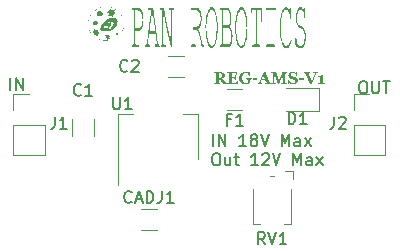
<source format=gbr>
%TF.GenerationSoftware,KiCad,Pcbnew,7.0.5*%
%TF.CreationDate,2023-08-22T20:16:44+01:00*%
%TF.ProjectId,AMS1117-Adjustable-Breakout,414d5331-3131-4372-9d41-646a75737461,V1*%
%TF.SameCoordinates,Original*%
%TF.FileFunction,Legend,Top*%
%TF.FilePolarity,Positive*%
%FSLAX46Y46*%
G04 Gerber Fmt 4.6, Leading zero omitted, Abs format (unit mm)*
G04 Created by KiCad (PCBNEW 7.0.5) date 2023-08-22 20:16:44*
%MOMM*%
%LPD*%
G01*
G04 APERTURE LIST*
%ADD10C,0.150000*%
%ADD11C,0.200000*%
%ADD12C,0.120000*%
G04 APERTURE END LIST*
D10*
X104921255Y-51066819D02*
X105111731Y-51066819D01*
X105111731Y-51066819D02*
X105206969Y-51114438D01*
X105206969Y-51114438D02*
X105302207Y-51209676D01*
X105302207Y-51209676D02*
X105349826Y-51400152D01*
X105349826Y-51400152D02*
X105349826Y-51733485D01*
X105349826Y-51733485D02*
X105302207Y-51923961D01*
X105302207Y-51923961D02*
X105206969Y-52019200D01*
X105206969Y-52019200D02*
X105111731Y-52066819D01*
X105111731Y-52066819D02*
X104921255Y-52066819D01*
X104921255Y-52066819D02*
X104826017Y-52019200D01*
X104826017Y-52019200D02*
X104730779Y-51923961D01*
X104730779Y-51923961D02*
X104683160Y-51733485D01*
X104683160Y-51733485D02*
X104683160Y-51400152D01*
X104683160Y-51400152D02*
X104730779Y-51209676D01*
X104730779Y-51209676D02*
X104826017Y-51114438D01*
X104826017Y-51114438D02*
X104921255Y-51066819D01*
X105778398Y-51066819D02*
X105778398Y-51876342D01*
X105778398Y-51876342D02*
X105826017Y-51971580D01*
X105826017Y-51971580D02*
X105873636Y-52019200D01*
X105873636Y-52019200D02*
X105968874Y-52066819D01*
X105968874Y-52066819D02*
X106159350Y-52066819D01*
X106159350Y-52066819D02*
X106254588Y-52019200D01*
X106254588Y-52019200D02*
X106302207Y-51971580D01*
X106302207Y-51971580D02*
X106349826Y-51876342D01*
X106349826Y-51876342D02*
X106349826Y-51066819D01*
X106683160Y-51066819D02*
X107254588Y-51066819D01*
X106968874Y-52066819D02*
X106968874Y-51066819D01*
X75139779Y-51812819D02*
X75139779Y-50812819D01*
X75615969Y-51812819D02*
X75615969Y-50812819D01*
X75615969Y-50812819D02*
X76187397Y-51812819D01*
X76187397Y-51812819D02*
X76187397Y-50812819D01*
X92284779Y-56552819D02*
X92284779Y-55552819D01*
X92760969Y-56552819D02*
X92760969Y-55552819D01*
X92760969Y-55552819D02*
X93332397Y-56552819D01*
X93332397Y-56552819D02*
X93332397Y-55552819D01*
X95094302Y-56552819D02*
X94522874Y-56552819D01*
X94808588Y-56552819D02*
X94808588Y-55552819D01*
X94808588Y-55552819D02*
X94713350Y-55695676D01*
X94713350Y-55695676D02*
X94618112Y-55790914D01*
X94618112Y-55790914D02*
X94522874Y-55838533D01*
X95665731Y-55981390D02*
X95570493Y-55933771D01*
X95570493Y-55933771D02*
X95522874Y-55886152D01*
X95522874Y-55886152D02*
X95475255Y-55790914D01*
X95475255Y-55790914D02*
X95475255Y-55743295D01*
X95475255Y-55743295D02*
X95522874Y-55648057D01*
X95522874Y-55648057D02*
X95570493Y-55600438D01*
X95570493Y-55600438D02*
X95665731Y-55552819D01*
X95665731Y-55552819D02*
X95856207Y-55552819D01*
X95856207Y-55552819D02*
X95951445Y-55600438D01*
X95951445Y-55600438D02*
X95999064Y-55648057D01*
X95999064Y-55648057D02*
X96046683Y-55743295D01*
X96046683Y-55743295D02*
X96046683Y-55790914D01*
X96046683Y-55790914D02*
X95999064Y-55886152D01*
X95999064Y-55886152D02*
X95951445Y-55933771D01*
X95951445Y-55933771D02*
X95856207Y-55981390D01*
X95856207Y-55981390D02*
X95665731Y-55981390D01*
X95665731Y-55981390D02*
X95570493Y-56029009D01*
X95570493Y-56029009D02*
X95522874Y-56076628D01*
X95522874Y-56076628D02*
X95475255Y-56171866D01*
X95475255Y-56171866D02*
X95475255Y-56362342D01*
X95475255Y-56362342D02*
X95522874Y-56457580D01*
X95522874Y-56457580D02*
X95570493Y-56505200D01*
X95570493Y-56505200D02*
X95665731Y-56552819D01*
X95665731Y-56552819D02*
X95856207Y-56552819D01*
X95856207Y-56552819D02*
X95951445Y-56505200D01*
X95951445Y-56505200D02*
X95999064Y-56457580D01*
X95999064Y-56457580D02*
X96046683Y-56362342D01*
X96046683Y-56362342D02*
X96046683Y-56171866D01*
X96046683Y-56171866D02*
X95999064Y-56076628D01*
X95999064Y-56076628D02*
X95951445Y-56029009D01*
X95951445Y-56029009D02*
X95856207Y-55981390D01*
X96332398Y-55552819D02*
X96665731Y-56552819D01*
X96665731Y-56552819D02*
X96999064Y-55552819D01*
X98094303Y-56552819D02*
X98094303Y-55552819D01*
X98094303Y-55552819D02*
X98427636Y-56267104D01*
X98427636Y-56267104D02*
X98760969Y-55552819D01*
X98760969Y-55552819D02*
X98760969Y-56552819D01*
X99665731Y-56552819D02*
X99665731Y-56029009D01*
X99665731Y-56029009D02*
X99618112Y-55933771D01*
X99618112Y-55933771D02*
X99522874Y-55886152D01*
X99522874Y-55886152D02*
X99332398Y-55886152D01*
X99332398Y-55886152D02*
X99237160Y-55933771D01*
X99665731Y-56505200D02*
X99570493Y-56552819D01*
X99570493Y-56552819D02*
X99332398Y-56552819D01*
X99332398Y-56552819D02*
X99237160Y-56505200D01*
X99237160Y-56505200D02*
X99189541Y-56409961D01*
X99189541Y-56409961D02*
X99189541Y-56314723D01*
X99189541Y-56314723D02*
X99237160Y-56219485D01*
X99237160Y-56219485D02*
X99332398Y-56171866D01*
X99332398Y-56171866D02*
X99570493Y-56171866D01*
X99570493Y-56171866D02*
X99665731Y-56124247D01*
X100046684Y-56552819D02*
X100570493Y-55886152D01*
X100046684Y-55886152D02*
X100570493Y-56552819D01*
X92475255Y-57162819D02*
X92665731Y-57162819D01*
X92665731Y-57162819D02*
X92760969Y-57210438D01*
X92760969Y-57210438D02*
X92856207Y-57305676D01*
X92856207Y-57305676D02*
X92903826Y-57496152D01*
X92903826Y-57496152D02*
X92903826Y-57829485D01*
X92903826Y-57829485D02*
X92856207Y-58019961D01*
X92856207Y-58019961D02*
X92760969Y-58115200D01*
X92760969Y-58115200D02*
X92665731Y-58162819D01*
X92665731Y-58162819D02*
X92475255Y-58162819D01*
X92475255Y-58162819D02*
X92380017Y-58115200D01*
X92380017Y-58115200D02*
X92284779Y-58019961D01*
X92284779Y-58019961D02*
X92237160Y-57829485D01*
X92237160Y-57829485D02*
X92237160Y-57496152D01*
X92237160Y-57496152D02*
X92284779Y-57305676D01*
X92284779Y-57305676D02*
X92380017Y-57210438D01*
X92380017Y-57210438D02*
X92475255Y-57162819D01*
X93760969Y-57496152D02*
X93760969Y-58162819D01*
X93332398Y-57496152D02*
X93332398Y-58019961D01*
X93332398Y-58019961D02*
X93380017Y-58115200D01*
X93380017Y-58115200D02*
X93475255Y-58162819D01*
X93475255Y-58162819D02*
X93618112Y-58162819D01*
X93618112Y-58162819D02*
X93713350Y-58115200D01*
X93713350Y-58115200D02*
X93760969Y-58067580D01*
X94094303Y-57496152D02*
X94475255Y-57496152D01*
X94237160Y-57162819D02*
X94237160Y-58019961D01*
X94237160Y-58019961D02*
X94284779Y-58115200D01*
X94284779Y-58115200D02*
X94380017Y-58162819D01*
X94380017Y-58162819D02*
X94475255Y-58162819D01*
X96094303Y-58162819D02*
X95522875Y-58162819D01*
X95808589Y-58162819D02*
X95808589Y-57162819D01*
X95808589Y-57162819D02*
X95713351Y-57305676D01*
X95713351Y-57305676D02*
X95618113Y-57400914D01*
X95618113Y-57400914D02*
X95522875Y-57448533D01*
X96475256Y-57258057D02*
X96522875Y-57210438D01*
X96522875Y-57210438D02*
X96618113Y-57162819D01*
X96618113Y-57162819D02*
X96856208Y-57162819D01*
X96856208Y-57162819D02*
X96951446Y-57210438D01*
X96951446Y-57210438D02*
X96999065Y-57258057D01*
X96999065Y-57258057D02*
X97046684Y-57353295D01*
X97046684Y-57353295D02*
X97046684Y-57448533D01*
X97046684Y-57448533D02*
X96999065Y-57591390D01*
X96999065Y-57591390D02*
X96427637Y-58162819D01*
X96427637Y-58162819D02*
X97046684Y-58162819D01*
X97332399Y-57162819D02*
X97665732Y-58162819D01*
X97665732Y-58162819D02*
X97999065Y-57162819D01*
X99094304Y-58162819D02*
X99094304Y-57162819D01*
X99094304Y-57162819D02*
X99427637Y-57877104D01*
X99427637Y-57877104D02*
X99760970Y-57162819D01*
X99760970Y-57162819D02*
X99760970Y-58162819D01*
X100665732Y-58162819D02*
X100665732Y-57639009D01*
X100665732Y-57639009D02*
X100618113Y-57543771D01*
X100618113Y-57543771D02*
X100522875Y-57496152D01*
X100522875Y-57496152D02*
X100332399Y-57496152D01*
X100332399Y-57496152D02*
X100237161Y-57543771D01*
X100665732Y-58115200D02*
X100570494Y-58162819D01*
X100570494Y-58162819D02*
X100332399Y-58162819D01*
X100332399Y-58162819D02*
X100237161Y-58115200D01*
X100237161Y-58115200D02*
X100189542Y-58019961D01*
X100189542Y-58019961D02*
X100189542Y-57924723D01*
X100189542Y-57924723D02*
X100237161Y-57829485D01*
X100237161Y-57829485D02*
X100332399Y-57781866D01*
X100332399Y-57781866D02*
X100570494Y-57781866D01*
X100570494Y-57781866D02*
X100665732Y-57734247D01*
X101046685Y-58162819D02*
X101570494Y-57496152D01*
X101046685Y-57496152D02*
X101570494Y-58162819D01*
D11*
G36*
X92934620Y-50295900D02*
G01*
X92945825Y-50296067D01*
X92956858Y-50296346D01*
X92967717Y-50296737D01*
X92978404Y-50297239D01*
X92988919Y-50297853D01*
X92999261Y-50298579D01*
X93009430Y-50299416D01*
X93019426Y-50300365D01*
X93029249Y-50301425D01*
X93048379Y-50303881D01*
X93066817Y-50306783D01*
X93084565Y-50310132D01*
X93101622Y-50313927D01*
X93117988Y-50318169D01*
X93133663Y-50322858D01*
X93148648Y-50327992D01*
X93162942Y-50333574D01*
X93176545Y-50339602D01*
X93189458Y-50346076D01*
X93201679Y-50352997D01*
X93213214Y-50360340D01*
X93224005Y-50368144D01*
X93234051Y-50376407D01*
X93243353Y-50385130D01*
X93251911Y-50394313D01*
X93259725Y-50403956D01*
X93266795Y-50414058D01*
X93273120Y-50424621D01*
X93278702Y-50435643D01*
X93283539Y-50447126D01*
X93287632Y-50459068D01*
X93290980Y-50471470D01*
X93293585Y-50484332D01*
X93295446Y-50497653D01*
X93296562Y-50511435D01*
X93296934Y-50525676D01*
X93296704Y-50538251D01*
X93296014Y-50550513D01*
X93294865Y-50562462D01*
X93293255Y-50574098D01*
X93291186Y-50585420D01*
X93288656Y-50596431D01*
X93285667Y-50607128D01*
X93282218Y-50617512D01*
X93278309Y-50627583D01*
X93273941Y-50637341D01*
X93269112Y-50646787D01*
X93263824Y-50655919D01*
X93258075Y-50664738D01*
X93251867Y-50673245D01*
X93245199Y-50681438D01*
X93238071Y-50689319D01*
X93230504Y-50696938D01*
X93222455Y-50704348D01*
X93213926Y-50711547D01*
X93204915Y-50718537D01*
X93195424Y-50725316D01*
X93185452Y-50731886D01*
X93174999Y-50738246D01*
X93164066Y-50744396D01*
X93152651Y-50750336D01*
X93140756Y-50756066D01*
X93128380Y-50761586D01*
X93115523Y-50766897D01*
X93102185Y-50771997D01*
X93088366Y-50776888D01*
X93074066Y-50781568D01*
X93059286Y-50786039D01*
X93068168Y-50797472D01*
X93074240Y-50805281D01*
X93080431Y-50813238D01*
X93086744Y-50821343D01*
X93093176Y-50829598D01*
X93099729Y-50838001D01*
X93106401Y-50846554D01*
X93113194Y-50855255D01*
X93120108Y-50864105D01*
X93127141Y-50873104D01*
X93134295Y-50882251D01*
X93141568Y-50891548D01*
X93148963Y-50900993D01*
X93156477Y-50910587D01*
X93164111Y-50920330D01*
X93167974Y-50925258D01*
X93175779Y-50935163D01*
X93183624Y-50945095D01*
X93191510Y-50955053D01*
X93199435Y-50965039D01*
X93207401Y-50975051D01*
X93215406Y-50985090D01*
X93223452Y-50995155D01*
X93231538Y-51005247D01*
X93239664Y-51015366D01*
X93247830Y-51025512D01*
X93256036Y-51035684D01*
X93264282Y-51045883D01*
X93272568Y-51056109D01*
X93280894Y-51066361D01*
X93289260Y-51076641D01*
X93297667Y-51086946D01*
X93304683Y-51095558D01*
X93312450Y-51104754D01*
X93319205Y-51112532D01*
X93326441Y-51120683D01*
X93334157Y-51129209D01*
X93342354Y-51138109D01*
X93351033Y-51147382D01*
X93355552Y-51152159D01*
X93364635Y-51161288D01*
X93373443Y-51169501D01*
X93381976Y-51176797D01*
X93390235Y-51183178D01*
X93400171Y-51189866D01*
X93409679Y-51195123D01*
X93418757Y-51198949D01*
X93420521Y-51199542D01*
X93430108Y-51202056D01*
X93439732Y-51204128D01*
X93450395Y-51206048D01*
X93460577Y-51207602D01*
X93470596Y-51208970D01*
X93480415Y-51210218D01*
X93490242Y-51211305D01*
X93495503Y-51211755D01*
X93495503Y-51265000D01*
X93121812Y-51265000D01*
X93115783Y-51255823D01*
X93109819Y-51246764D01*
X93103919Y-51237823D01*
X93098082Y-51229000D01*
X93092309Y-51220295D01*
X93086601Y-51211708D01*
X93080956Y-51203238D01*
X93075375Y-51194887D01*
X93069858Y-51186653D01*
X93064405Y-51178537D01*
X93053691Y-51162658D01*
X93043232Y-51147251D01*
X93033030Y-51132315D01*
X93023082Y-51117850D01*
X93013391Y-51103856D01*
X93003955Y-51090334D01*
X92994775Y-51077284D01*
X92985851Y-51064704D01*
X92977182Y-51052596D01*
X92968769Y-51040959D01*
X92960612Y-51029794D01*
X92952460Y-51018727D01*
X92944064Y-51007449D01*
X92935424Y-50995959D01*
X92926540Y-50984258D01*
X92917411Y-50972344D01*
X92908038Y-50960219D01*
X92898421Y-50947882D01*
X92888560Y-50935333D01*
X92878454Y-50922572D01*
X92868105Y-50909599D01*
X92857510Y-50896415D01*
X92846672Y-50883019D01*
X92835590Y-50869411D01*
X92824263Y-50855591D01*
X92812692Y-50841560D01*
X92800877Y-50827316D01*
X92763263Y-50827316D01*
X92763263Y-51122117D01*
X92763696Y-51132548D01*
X92764993Y-51142253D01*
X92767535Y-51152458D01*
X92771206Y-51161716D01*
X92772300Y-51163883D01*
X92777994Y-51172096D01*
X92785795Y-51179637D01*
X92794348Y-51185684D01*
X92802963Y-51190458D01*
X92807715Y-51192704D01*
X92817390Y-51196110D01*
X92827190Y-51198903D01*
X92837268Y-51201398D01*
X92847022Y-51203573D01*
X92848748Y-51203939D01*
X92858906Y-51206000D01*
X92870041Y-51208057D01*
X92880404Y-51209740D01*
X92891304Y-51211205D01*
X92896376Y-51211755D01*
X92896376Y-51265000D01*
X92376383Y-51265000D01*
X92376383Y-51211755D01*
X92387175Y-51210671D01*
X92397896Y-51209547D01*
X92408034Y-51208454D01*
X92419048Y-51207240D01*
X92428895Y-51206137D01*
X92438657Y-51204874D01*
X92449145Y-51203248D01*
X92459687Y-51201200D01*
X92469502Y-51198658D01*
X92475301Y-51196612D01*
X92484492Y-51192375D01*
X92493673Y-51186912D01*
X92502134Y-51179982D01*
X92508427Y-51172319D01*
X92510228Y-51169256D01*
X92514181Y-51160250D01*
X92517005Y-51150083D01*
X92518550Y-51140236D01*
X92519229Y-51129500D01*
X92519265Y-51126270D01*
X92519265Y-50442634D01*
X92518902Y-50432239D01*
X92517601Y-50421332D01*
X92515353Y-50411463D01*
X92511693Y-50401601D01*
X92505753Y-50392725D01*
X92497651Y-50385386D01*
X92488383Y-50379390D01*
X92478821Y-50374567D01*
X92475301Y-50373025D01*
X92465298Y-50369306D01*
X92454524Y-50365845D01*
X92444675Y-50363083D01*
X92434260Y-50360510D01*
X92424401Y-50358370D01*
X92763263Y-50358370D01*
X92763263Y-50764790D01*
X92815287Y-50764790D01*
X92827748Y-50764585D01*
X92839852Y-50763970D01*
X92851600Y-50762944D01*
X92862991Y-50761508D01*
X92874025Y-50759662D01*
X92884702Y-50757406D01*
X92895022Y-50754739D01*
X92904985Y-50751662D01*
X92914592Y-50748175D01*
X92923842Y-50744278D01*
X92932734Y-50739970D01*
X92945405Y-50732739D01*
X92957272Y-50724585D01*
X92968337Y-50715509D01*
X92971847Y-50712278D01*
X92981799Y-50701845D01*
X92990772Y-50690330D01*
X92996210Y-50682053D01*
X93001213Y-50673294D01*
X93005781Y-50664055D01*
X93009914Y-50654335D01*
X93013612Y-50644134D01*
X93016875Y-50633452D01*
X93019703Y-50622290D01*
X93022096Y-50610646D01*
X93024054Y-50598522D01*
X93025576Y-50585917D01*
X93026664Y-50572831D01*
X93027317Y-50559264D01*
X93027534Y-50545216D01*
X93027320Y-50533270D01*
X93026679Y-50521734D01*
X93025611Y-50510609D01*
X93024115Y-50499894D01*
X93022191Y-50489589D01*
X93019840Y-50479694D01*
X93017062Y-50470209D01*
X93012093Y-50456752D01*
X93006163Y-50444218D01*
X92999271Y-50432606D01*
X92991417Y-50421918D01*
X92982601Y-50412153D01*
X92972824Y-50403311D01*
X92962203Y-50395279D01*
X92950767Y-50388038D01*
X92938516Y-50381586D01*
X92925448Y-50375925D01*
X92911565Y-50371054D01*
X92901856Y-50368245D01*
X92891785Y-50365787D01*
X92881351Y-50363680D01*
X92870555Y-50361925D01*
X92859396Y-50360521D01*
X92847875Y-50359467D01*
X92835991Y-50358765D01*
X92823744Y-50358414D01*
X92817485Y-50358370D01*
X92763263Y-50358370D01*
X92424401Y-50358370D01*
X92423277Y-50358126D01*
X92412550Y-50355873D01*
X92402715Y-50353878D01*
X92392370Y-50351876D01*
X92382035Y-50350018D01*
X92376383Y-50349089D01*
X92376383Y-50295844D01*
X92923242Y-50295844D01*
X92934620Y-50295900D01*
G37*
G36*
X94356215Y-50545949D02*
G01*
X94303947Y-50545949D01*
X94299982Y-50535451D01*
X94295506Y-50524931D01*
X94290520Y-50514390D01*
X94285022Y-50503828D01*
X94279014Y-50493244D01*
X94272494Y-50482639D01*
X94265464Y-50472012D01*
X94257923Y-50461364D01*
X94249871Y-50450695D01*
X94241307Y-50440003D01*
X94235315Y-50432864D01*
X94226206Y-50422558D01*
X94217105Y-50413072D01*
X94208014Y-50404406D01*
X94198930Y-50396560D01*
X94189856Y-50389534D01*
X94180790Y-50383328D01*
X94171732Y-50377942D01*
X94162683Y-50373376D01*
X94153643Y-50369630D01*
X94141602Y-50365911D01*
X94138595Y-50365209D01*
X94128741Y-50363259D01*
X94119066Y-50361885D01*
X94108259Y-50360786D01*
X94098386Y-50360080D01*
X94087727Y-50359565D01*
X94080953Y-50359347D01*
X94069815Y-50359066D01*
X94059296Y-50358832D01*
X94049397Y-50358646D01*
X94038338Y-50358485D01*
X94028171Y-50358394D01*
X94020381Y-50358370D01*
X93878965Y-50358370D01*
X93878965Y-50733527D01*
X93979104Y-50733527D01*
X93990762Y-50733306D01*
X94002073Y-50732645D01*
X94013039Y-50731541D01*
X94023659Y-50729997D01*
X94033934Y-50728011D01*
X94043862Y-50725584D01*
X94047736Y-50724490D01*
X94057293Y-50721184D01*
X94066575Y-50717067D01*
X94075582Y-50712140D01*
X94084316Y-50706401D01*
X94092775Y-50699851D01*
X94100959Y-50692490D01*
X94104157Y-50689319D01*
X94111114Y-50681098D01*
X94117096Y-50672191D01*
X94122094Y-50663456D01*
X94127104Y-50653529D01*
X94132126Y-50642409D01*
X94136152Y-50632655D01*
X94140007Y-50622622D01*
X94143510Y-50612917D01*
X94146662Y-50603540D01*
X94150109Y-50592281D01*
X94153007Y-50581535D01*
X94155356Y-50571301D01*
X94157157Y-50561580D01*
X94209181Y-50561580D01*
X94209181Y-50968000D01*
X94157157Y-50968000D01*
X94155154Y-50956878D01*
X94152802Y-50946848D01*
X94149830Y-50936127D01*
X94146238Y-50924713D01*
X94142918Y-50915085D01*
X94139201Y-50905014D01*
X94136152Y-50897170D01*
X94131966Y-50886900D01*
X94127833Y-50877462D01*
X94122742Y-50866835D01*
X94117734Y-50857508D01*
X94111835Y-50848031D01*
X94105105Y-50839341D01*
X94104157Y-50838307D01*
X94096855Y-50831121D01*
X94089149Y-50824674D01*
X94081037Y-50818966D01*
X94072519Y-50813997D01*
X94063596Y-50809769D01*
X94054268Y-50806279D01*
X94050423Y-50805090D01*
X94040568Y-50802487D01*
X94030235Y-50800325D01*
X94019425Y-50798604D01*
X94008139Y-50797324D01*
X93996375Y-50796486D01*
X93984134Y-50796089D01*
X93979104Y-50796053D01*
X93878965Y-50796053D01*
X93878965Y-51073513D01*
X93879064Y-51084100D01*
X93879362Y-51094121D01*
X93880013Y-51105854D01*
X93880974Y-51116704D01*
X93882245Y-51126672D01*
X93884180Y-51137468D01*
X93885315Y-51142390D01*
X93888738Y-51152942D01*
X93893236Y-51162372D01*
X93898809Y-51170680D01*
X93905457Y-51177866D01*
X93909739Y-51181468D01*
X93919081Y-51187391D01*
X93928558Y-51191672D01*
X93939251Y-51195112D01*
X93949383Y-51197390D01*
X93956634Y-51198565D01*
X93966547Y-51199691D01*
X93977509Y-51200626D01*
X93989521Y-51201370D01*
X93999886Y-51201828D01*
X94010923Y-51202164D01*
X94022631Y-51202378D01*
X94035011Y-51202470D01*
X94038211Y-51202473D01*
X94049150Y-51202450D01*
X94059271Y-51202393D01*
X94070079Y-51202301D01*
X94081574Y-51202175D01*
X94091677Y-51202044D01*
X94095852Y-51201985D01*
X94106182Y-51201690D01*
X94116107Y-51201265D01*
X94127482Y-51200580D01*
X94138272Y-51199707D01*
X94148479Y-51198646D01*
X94154959Y-51197833D01*
X94165638Y-51196439D01*
X94176059Y-51194822D01*
X94186223Y-51192981D01*
X94196129Y-51190918D01*
X94205778Y-51188631D01*
X94208937Y-51187819D01*
X94219323Y-51184558D01*
X94228471Y-51180760D01*
X94237409Y-51175760D01*
X94245530Y-51169297D01*
X94246306Y-51168524D01*
X94254679Y-51159750D01*
X94263311Y-51149915D01*
X94269956Y-51141843D01*
X94276747Y-51133174D01*
X94283683Y-51123908D01*
X94290766Y-51114046D01*
X94297994Y-51103587D01*
X94305369Y-51092531D01*
X94312889Y-51080878D01*
X94320556Y-51068628D01*
X94328046Y-51056331D01*
X94335039Y-51044626D01*
X94341533Y-51033513D01*
X94347529Y-51022993D01*
X94353028Y-51013065D01*
X94358028Y-51003730D01*
X94362530Y-50994988D01*
X94367758Y-50984252D01*
X94372101Y-50974570D01*
X94374778Y-50968000D01*
X94424847Y-50968000D01*
X94406529Y-51265000D01*
X93492084Y-51265000D01*
X93492084Y-51211755D01*
X93502586Y-51210869D01*
X93513179Y-51209844D01*
X93523299Y-51208779D01*
X93534382Y-51207543D01*
X93544352Y-51206381D01*
X93554185Y-51205048D01*
X93564741Y-51203353D01*
X93575341Y-51201246D01*
X93585195Y-51198667D01*
X93591002Y-51196612D01*
X93600193Y-51192375D01*
X93609374Y-51186912D01*
X93617835Y-51179982D01*
X93624128Y-51172319D01*
X93625929Y-51169256D01*
X93629883Y-51160250D01*
X93632707Y-51150083D01*
X93634251Y-51140236D01*
X93634931Y-51129500D01*
X93634966Y-51126270D01*
X93634966Y-50442634D01*
X93634604Y-50432262D01*
X93633302Y-50421439D01*
X93631055Y-50411715D01*
X93627394Y-50402090D01*
X93621455Y-50393273D01*
X93613353Y-50385858D01*
X93604085Y-50379696D01*
X93594522Y-50374655D01*
X93591002Y-50373025D01*
X93581187Y-50368964D01*
X93571121Y-50365561D01*
X93561395Y-50362756D01*
X93550656Y-50360054D01*
X93540933Y-50357882D01*
X93531239Y-50355864D01*
X93520615Y-50353757D01*
X93509608Y-50351734D01*
X93498862Y-50349993D01*
X93492084Y-50349089D01*
X93492084Y-50295844D01*
X94356215Y-50295844D01*
X94356215Y-50545949D01*
G37*
G36*
X95586711Y-50864930D02*
G01*
X95576376Y-50866075D01*
X95566622Y-50867311D01*
X95556341Y-50868812D01*
X95548853Y-50870059D01*
X95538972Y-50872014D01*
X95529053Y-50874499D01*
X95519498Y-50877249D01*
X95509125Y-50880536D01*
X95507576Y-50881050D01*
X95497713Y-50884859D01*
X95487899Y-50890367D01*
X95479908Y-50897021D01*
X95473740Y-50904820D01*
X95470451Y-50911092D01*
X95467025Y-50920386D01*
X95464440Y-50929892D01*
X95462697Y-50939607D01*
X95461796Y-50949533D01*
X95461658Y-50955300D01*
X95461658Y-51070826D01*
X95461676Y-51081413D01*
X95461730Y-51091344D01*
X95461841Y-51102395D01*
X95462005Y-51112501D01*
X95462260Y-51123098D01*
X95462391Y-51127247D01*
X95462735Y-51137034D01*
X95463126Y-51147803D01*
X95463498Y-51157815D01*
X95463904Y-51168548D01*
X95464345Y-51180003D01*
X95455509Y-51185235D01*
X95446160Y-51190429D01*
X95436298Y-51195585D01*
X95425922Y-51200703D01*
X95415034Y-51205782D01*
X95403632Y-51210823D01*
X95391716Y-51215827D01*
X95379287Y-51220792D01*
X95366345Y-51225718D01*
X95352890Y-51230607D01*
X95338921Y-51235458D01*
X95324440Y-51240270D01*
X95309444Y-51245044D01*
X95293936Y-51249780D01*
X95277914Y-51254478D01*
X95261379Y-51259138D01*
X95244672Y-51263633D01*
X95228135Y-51267839D01*
X95211768Y-51271754D01*
X95195571Y-51275380D01*
X95179543Y-51278715D01*
X95163686Y-51281761D01*
X95147998Y-51284516D01*
X95132480Y-51286981D01*
X95117132Y-51289157D01*
X95101953Y-51291042D01*
X95086945Y-51292637D01*
X95072106Y-51293942D01*
X95057437Y-51294957D01*
X95042938Y-51295683D01*
X95028609Y-51296118D01*
X95014450Y-51296263D01*
X95001281Y-51296137D01*
X94988213Y-51295759D01*
X94975246Y-51295129D01*
X94962380Y-51294248D01*
X94949616Y-51293114D01*
X94936952Y-51291729D01*
X94924390Y-51290092D01*
X94911929Y-51288203D01*
X94899569Y-51286062D01*
X94887310Y-51283669D01*
X94875152Y-51281024D01*
X94863095Y-51278128D01*
X94851140Y-51274979D01*
X94839286Y-51271579D01*
X94827532Y-51267927D01*
X94815880Y-51264023D01*
X94804397Y-51259835D01*
X94793089Y-51255394D01*
X94781957Y-51250699D01*
X94771001Y-51245750D01*
X94760220Y-51240548D01*
X94749614Y-51235091D01*
X94739184Y-51229381D01*
X94728930Y-51223417D01*
X94718851Y-51217199D01*
X94708948Y-51210728D01*
X94699220Y-51204003D01*
X94689668Y-51197024D01*
X94680291Y-51189791D01*
X94671090Y-51182304D01*
X94662064Y-51174564D01*
X94653214Y-51166570D01*
X94644569Y-51158449D01*
X94636156Y-51150083D01*
X94627975Y-51141474D01*
X94620028Y-51132620D01*
X94612313Y-51123522D01*
X94604831Y-51114180D01*
X94597582Y-51104593D01*
X94590566Y-51094762D01*
X94583783Y-51084687D01*
X94577232Y-51074368D01*
X94570914Y-51063804D01*
X94564829Y-51052997D01*
X94558977Y-51041945D01*
X94553357Y-51030648D01*
X94547971Y-51019108D01*
X94542817Y-51007323D01*
X94537966Y-50995310D01*
X94533429Y-50983082D01*
X94529204Y-50970641D01*
X94525292Y-50957986D01*
X94521693Y-50945118D01*
X94518408Y-50932035D01*
X94515435Y-50918739D01*
X94512775Y-50905230D01*
X94510428Y-50891506D01*
X94508394Y-50877569D01*
X94506673Y-50863418D01*
X94505264Y-50849054D01*
X94504169Y-50834476D01*
X94503387Y-50819684D01*
X94502917Y-50804678D01*
X94502761Y-50789459D01*
X94502908Y-50775208D01*
X94503349Y-50761092D01*
X94504083Y-50747112D01*
X94505112Y-50733268D01*
X94506434Y-50719558D01*
X94508050Y-50705985D01*
X94509960Y-50692547D01*
X94512164Y-50679244D01*
X94514662Y-50666077D01*
X94517454Y-50653045D01*
X94520539Y-50640149D01*
X94523918Y-50627388D01*
X94527592Y-50614763D01*
X94531559Y-50602273D01*
X94535819Y-50589919D01*
X94540374Y-50577700D01*
X94545238Y-50565654D01*
X94550365Y-50553818D01*
X94555756Y-50542191D01*
X94561410Y-50530775D01*
X94567327Y-50519568D01*
X94573507Y-50508572D01*
X94579951Y-50497785D01*
X94586658Y-50487208D01*
X94593629Y-50476841D01*
X94600863Y-50466684D01*
X94608360Y-50456737D01*
X94616120Y-50447000D01*
X94624144Y-50437472D01*
X94632431Y-50428155D01*
X94640981Y-50419047D01*
X94649795Y-50410150D01*
X94658647Y-50401572D01*
X94667739Y-50393243D01*
X94677072Y-50385162D01*
X94686645Y-50377329D01*
X94696459Y-50369745D01*
X94706513Y-50362408D01*
X94716807Y-50355319D01*
X94727342Y-50348478D01*
X94738117Y-50341886D01*
X94749133Y-50335541D01*
X94760389Y-50329444D01*
X94771886Y-50323596D01*
X94783623Y-50317996D01*
X94795600Y-50312643D01*
X94807818Y-50307539D01*
X94820277Y-50302683D01*
X94832969Y-50298069D01*
X94845827Y-50293753D01*
X94858851Y-50289734D01*
X94872041Y-50286013D01*
X94885397Y-50282590D01*
X94898919Y-50279464D01*
X94912607Y-50276636D01*
X94926461Y-50274106D01*
X94940481Y-50271874D01*
X94954667Y-50269939D01*
X94969019Y-50268302D01*
X94983538Y-50266962D01*
X94998222Y-50265920D01*
X95013072Y-50265176D01*
X95028088Y-50264730D01*
X95043270Y-50264581D01*
X95053603Y-50264659D01*
X95063840Y-50264894D01*
X95073982Y-50265285D01*
X95084028Y-50265833D01*
X95093979Y-50266537D01*
X95103835Y-50267397D01*
X95113595Y-50268414D01*
X95128056Y-50270233D01*
X95142303Y-50272404D01*
X95156335Y-50274927D01*
X95170153Y-50277802D01*
X95183755Y-50281030D01*
X95197143Y-50284609D01*
X95210205Y-50288390D01*
X95222829Y-50292222D01*
X95235015Y-50296106D01*
X95246763Y-50300042D01*
X95258073Y-50304029D01*
X95268945Y-50308067D01*
X95279379Y-50312158D01*
X95289375Y-50316299D01*
X95298934Y-50320492D01*
X95308054Y-50324737D01*
X95313891Y-50327595D01*
X95356634Y-50295844D01*
X95416229Y-50295844D01*
X95422579Y-50639738D01*
X95362007Y-50639738D01*
X95358720Y-50630001D01*
X95355394Y-50620423D01*
X95352027Y-50611002D01*
X95348620Y-50601739D01*
X95341685Y-50583687D01*
X95334591Y-50566267D01*
X95327336Y-50549478D01*
X95319921Y-50533320D01*
X95312346Y-50517795D01*
X95304610Y-50502901D01*
X95296714Y-50488638D01*
X95288658Y-50475007D01*
X95280442Y-50462008D01*
X95272065Y-50449641D01*
X95263528Y-50437904D01*
X95254830Y-50426800D01*
X95245973Y-50416327D01*
X95236955Y-50406486D01*
X95227707Y-50397258D01*
X95218160Y-50388626D01*
X95208313Y-50380589D01*
X95198166Y-50373147D01*
X95187720Y-50366300D01*
X95176974Y-50360049D01*
X95165929Y-50354393D01*
X95154584Y-50349333D01*
X95142939Y-50344868D01*
X95130995Y-50340998D01*
X95118752Y-50337724D01*
X95106209Y-50335045D01*
X95093366Y-50332961D01*
X95080223Y-50331473D01*
X95066781Y-50330580D01*
X95053040Y-50330282D01*
X95036788Y-50330734D01*
X95021006Y-50332091D01*
X95005693Y-50334352D01*
X94990850Y-50337518D01*
X94976476Y-50341588D01*
X94962571Y-50346562D01*
X94949136Y-50352441D01*
X94936170Y-50359225D01*
X94923673Y-50366913D01*
X94911646Y-50375505D01*
X94900089Y-50385002D01*
X94889000Y-50395403D01*
X94878382Y-50406709D01*
X94868232Y-50418919D01*
X94858552Y-50432034D01*
X94849341Y-50446053D01*
X94840646Y-50460866D01*
X94832512Y-50476362D01*
X94824938Y-50492541D01*
X94817926Y-50509404D01*
X94811474Y-50526949D01*
X94805584Y-50545178D01*
X94800254Y-50564089D01*
X94797800Y-50573801D01*
X94795486Y-50583684D01*
X94793312Y-50593738D01*
X94791278Y-50603962D01*
X94789385Y-50614357D01*
X94787632Y-50624923D01*
X94786019Y-50635660D01*
X94784546Y-50646567D01*
X94783214Y-50657645D01*
X94782022Y-50668894D01*
X94780970Y-50680314D01*
X94780059Y-50691905D01*
X94779287Y-50703666D01*
X94778656Y-50715598D01*
X94778165Y-50727701D01*
X94777815Y-50739975D01*
X94777604Y-50752419D01*
X94777534Y-50765034D01*
X94777603Y-50778422D01*
X94777809Y-50791626D01*
X94778152Y-50804648D01*
X94778633Y-50817486D01*
X94779251Y-50830140D01*
X94780007Y-50842612D01*
X94780900Y-50854900D01*
X94781930Y-50867006D01*
X94783098Y-50878928D01*
X94784403Y-50890667D01*
X94785846Y-50902223D01*
X94787426Y-50913595D01*
X94789143Y-50924784D01*
X94790998Y-50935791D01*
X94792990Y-50946614D01*
X94795120Y-50957254D01*
X94797386Y-50967710D01*
X94799791Y-50977984D01*
X94802332Y-50988074D01*
X94805011Y-50997981D01*
X94807828Y-51007705D01*
X94810782Y-51017246D01*
X94813873Y-51026603D01*
X94820467Y-51044769D01*
X94827611Y-51062202D01*
X94835305Y-51078902D01*
X94843548Y-51094869D01*
X94847876Y-51102578D01*
X94856899Y-51117337D01*
X94866381Y-51131143D01*
X94876324Y-51143997D01*
X94886726Y-51155899D01*
X94897588Y-51166849D01*
X94908910Y-51176847D01*
X94920692Y-51185892D01*
X94932934Y-51193986D01*
X94945635Y-51201127D01*
X94958797Y-51207316D01*
X94972418Y-51212553D01*
X94986499Y-51216838D01*
X95001040Y-51220170D01*
X95016041Y-51222551D01*
X95031502Y-51223979D01*
X95047422Y-51224455D01*
X95058659Y-51224294D01*
X95069656Y-51223811D01*
X95080412Y-51223006D01*
X95090928Y-51221879D01*
X95101204Y-51220430D01*
X95111238Y-51218659D01*
X95121033Y-51216566D01*
X95130587Y-51214151D01*
X95142952Y-51210430D01*
X95154889Y-51206137D01*
X95166346Y-51201401D01*
X95177146Y-51196474D01*
X95187290Y-51191356D01*
X95196777Y-51186048D01*
X95205608Y-51180549D01*
X95213782Y-51174859D01*
X95223077Y-51167478D01*
X95228162Y-51162906D01*
X95228162Y-50961894D01*
X95227730Y-50951274D01*
X95226432Y-50941424D01*
X95223891Y-50931113D01*
X95220219Y-50921809D01*
X95219125Y-50919640D01*
X95213599Y-50911382D01*
X95205814Y-50903703D01*
X95197149Y-50897461D01*
X95188344Y-50892463D01*
X95183466Y-50890087D01*
X95173987Y-50885976D01*
X95163504Y-50882193D01*
X95153718Y-50879210D01*
X95143193Y-50876468D01*
X95131930Y-50873967D01*
X95120668Y-50871714D01*
X95110143Y-50869719D01*
X95100357Y-50867982D01*
X95089874Y-50866280D01*
X95080395Y-50864930D01*
X95080395Y-50811685D01*
X95586711Y-50811685D01*
X95586711Y-50864930D01*
G37*
G36*
X96057855Y-50964825D02*
G01*
X95641665Y-50964825D01*
X95641665Y-50811685D01*
X96057855Y-50811685D01*
X96057855Y-50964825D01*
G37*
G36*
X96734213Y-50285403D02*
G01*
X96742453Y-50305950D01*
X96750580Y-50326224D01*
X96758592Y-50346223D01*
X96766490Y-50365948D01*
X96774274Y-50385398D01*
X96781944Y-50404574D01*
X96789500Y-50423476D01*
X96796942Y-50442104D01*
X96804270Y-50460457D01*
X96811484Y-50478536D01*
X96818584Y-50496341D01*
X96825570Y-50513871D01*
X96832442Y-50531127D01*
X96839200Y-50548109D01*
X96845844Y-50564816D01*
X96852373Y-50581250D01*
X96858789Y-50597408D01*
X96865091Y-50613293D01*
X96871279Y-50628903D01*
X96877353Y-50644239D01*
X96883313Y-50659301D01*
X96889159Y-50674089D01*
X96894891Y-50688602D01*
X96900508Y-50702840D01*
X96906012Y-50716805D01*
X96911402Y-50730495D01*
X96916678Y-50743911D01*
X96921840Y-50757053D01*
X96926887Y-50769920D01*
X96931821Y-50782513D01*
X96936641Y-50794832D01*
X96941396Y-50806948D01*
X96946107Y-50818934D01*
X96950773Y-50830789D01*
X96955394Y-50842513D01*
X96959970Y-50854106D01*
X96964502Y-50865569D01*
X96968988Y-50876901D01*
X96973430Y-50888102D01*
X96977827Y-50899173D01*
X96982179Y-50910113D01*
X96986486Y-50920922D01*
X96990748Y-50931600D01*
X96994966Y-50942148D01*
X96999138Y-50952565D01*
X97003266Y-50962852D01*
X97007349Y-50973007D01*
X97011387Y-50983032D01*
X97015381Y-50992926D01*
X97019329Y-51002690D01*
X97023233Y-51012323D01*
X97027091Y-51021825D01*
X97030905Y-51031196D01*
X97034674Y-51040437D01*
X97038398Y-51049547D01*
X97045712Y-51067375D01*
X97052847Y-51084680D01*
X97059802Y-51101462D01*
X97066578Y-51117721D01*
X97070754Y-51126724D01*
X97075374Y-51135352D01*
X97081197Y-51144756D01*
X97087601Y-51153671D01*
X97089293Y-51155823D01*
X97095838Y-51163126D01*
X97103504Y-51170289D01*
X97112293Y-51177311D01*
X97120720Y-51183219D01*
X97128371Y-51188063D01*
X97137105Y-51192710D01*
X97146423Y-51196819D01*
X97156326Y-51200390D01*
X97166813Y-51203424D01*
X97173068Y-51204916D01*
X97183947Y-51207080D01*
X97194359Y-51208869D01*
X97204303Y-51210285D01*
X97215096Y-51211445D01*
X97218986Y-51211755D01*
X97218986Y-51265000D01*
X96688002Y-51265000D01*
X96688002Y-51211755D01*
X96699919Y-51210724D01*
X96709908Y-51209625D01*
X96720302Y-51208282D01*
X96731100Y-51206694D01*
X96742303Y-51204862D01*
X96753910Y-51202786D01*
X96765922Y-51200466D01*
X96775196Y-51198565D01*
X96786989Y-51195799D01*
X96797209Y-51192872D01*
X96807773Y-51188987D01*
X96817207Y-51183996D01*
X96824282Y-51176779D01*
X96825510Y-51171943D01*
X96824641Y-51161832D01*
X96824289Y-51159731D01*
X96821837Y-51149888D01*
X96818672Y-51141168D01*
X96735385Y-50939912D01*
X96398818Y-50939912D01*
X96394336Y-50950780D01*
X96390469Y-50960348D01*
X96386484Y-50970382D01*
X96382379Y-50980880D01*
X96378155Y-50991843D01*
X96373811Y-51003272D01*
X96372928Y-51005614D01*
X96369505Y-51014891D01*
X96365387Y-51026134D01*
X96361448Y-51036983D01*
X96357688Y-51047438D01*
X96354106Y-51057500D01*
X96350704Y-51067168D01*
X96348748Y-51072780D01*
X96344889Y-51084245D01*
X96341555Y-51094672D01*
X96338745Y-51104061D01*
X96336066Y-51113958D01*
X96333895Y-51123617D01*
X96333117Y-51128224D01*
X96331865Y-51138766D01*
X96331024Y-51148676D01*
X96330919Y-51152159D01*
X96332995Y-51162738D01*
X96338217Y-51171318D01*
X96345224Y-51178170D01*
X96354566Y-51184559D01*
X96364136Y-51189528D01*
X96373188Y-51193242D01*
X96383614Y-51196688D01*
X96395414Y-51199867D01*
X96405166Y-51202076D01*
X96415690Y-51204134D01*
X96426987Y-51206043D01*
X96439057Y-51207801D01*
X96451900Y-51209409D01*
X96465515Y-51210866D01*
X96475022Y-51211755D01*
X96475022Y-51265000D01*
X96075196Y-51265000D01*
X96075196Y-51211755D01*
X96085414Y-51210903D01*
X96096194Y-51209631D01*
X96105879Y-51208205D01*
X96115977Y-51206471D01*
X96126487Y-51204427D01*
X96136774Y-51202066D01*
X96146202Y-51199378D01*
X96156117Y-51195830D01*
X96166016Y-51191232D01*
X96171428Y-51188063D01*
X96180067Y-51182682D01*
X96188277Y-51176919D01*
X96196057Y-51170775D01*
X96203409Y-51164249D01*
X96210330Y-51157342D01*
X96218070Y-51148549D01*
X96219300Y-51147030D01*
X96225245Y-51139183D01*
X96230868Y-51130906D01*
X96236169Y-51122200D01*
X96241148Y-51113065D01*
X96245805Y-51103501D01*
X96250140Y-51093507D01*
X96251784Y-51089389D01*
X96256776Y-51077161D01*
X96261767Y-51064932D01*
X96266759Y-51052702D01*
X96271751Y-51040472D01*
X96276742Y-51028240D01*
X96281734Y-51016007D01*
X96286726Y-51003774D01*
X96291718Y-50991539D01*
X96296709Y-50979304D01*
X96301701Y-50967067D01*
X96306693Y-50954830D01*
X96311684Y-50942591D01*
X96316676Y-50930352D01*
X96321668Y-50918112D01*
X96326660Y-50905870D01*
X96331651Y-50893628D01*
X96336643Y-50881385D01*
X96339568Y-50874211D01*
X96426418Y-50874211D01*
X96707297Y-50874211D01*
X96565880Y-50511999D01*
X96426418Y-50874211D01*
X96339568Y-50874211D01*
X96341635Y-50869141D01*
X96346626Y-50856896D01*
X96351618Y-50844650D01*
X96356610Y-50832403D01*
X96361602Y-50820155D01*
X96366593Y-50807906D01*
X96371585Y-50795656D01*
X96376577Y-50783406D01*
X96381568Y-50771154D01*
X96386560Y-50758901D01*
X96391552Y-50746647D01*
X96396544Y-50734393D01*
X96401535Y-50722137D01*
X96406527Y-50709881D01*
X96411519Y-50697623D01*
X96416542Y-50685311D01*
X96421598Y-50672920D01*
X96426686Y-50660450D01*
X96431806Y-50647901D01*
X96436959Y-50635273D01*
X96442144Y-50622567D01*
X96447362Y-50609783D01*
X96452613Y-50596919D01*
X96457895Y-50583977D01*
X96463210Y-50570956D01*
X96468558Y-50557856D01*
X96473938Y-50544678D01*
X96479350Y-50531421D01*
X96484795Y-50518085D01*
X96490273Y-50504670D01*
X96495782Y-50491177D01*
X96501325Y-50477605D01*
X96506899Y-50463955D01*
X96512506Y-50450225D01*
X96518146Y-50436417D01*
X96523818Y-50422530D01*
X96529522Y-50408565D01*
X96535259Y-50394521D01*
X96541028Y-50380398D01*
X96546830Y-50366196D01*
X96552664Y-50351916D01*
X96558531Y-50337557D01*
X96564430Y-50323119D01*
X96570361Y-50308602D01*
X96576325Y-50294007D01*
X96582322Y-50279333D01*
X96588351Y-50264581D01*
X96725859Y-50264581D01*
X96734213Y-50285403D01*
G37*
G36*
X98561588Y-51265000D02*
G01*
X98033535Y-51265000D01*
X98033535Y-51211755D01*
X98044201Y-51210759D01*
X98054162Y-51209683D01*
X98064878Y-51208401D01*
X98076349Y-51206913D01*
X98086487Y-51205515D01*
X98090688Y-51204916D01*
X98100837Y-51203377D01*
X98111599Y-51201500D01*
X98122201Y-51199266D01*
X98131742Y-51196655D01*
X98137094Y-51194658D01*
X98146113Y-51190553D01*
X98155355Y-51185113D01*
X98163217Y-51178973D01*
X98170514Y-51171096D01*
X98173487Y-51166814D01*
X98178295Y-51157304D01*
X98181376Y-51148006D01*
X98183404Y-51137796D01*
X98184381Y-51126674D01*
X98184478Y-51121629D01*
X98184478Y-50398182D01*
X97849376Y-51249368D01*
X97762914Y-51249368D01*
X97759898Y-51239379D01*
X97756413Y-51228667D01*
X97752990Y-51218535D01*
X97749002Y-51207013D01*
X97745640Y-51197461D01*
X97741961Y-51187127D01*
X97737963Y-51176011D01*
X97733649Y-51164114D01*
X97732140Y-51159975D01*
X97727685Y-51147661D01*
X97723390Y-51135815D01*
X97719253Y-51124437D01*
X97715276Y-51113527D01*
X97711457Y-51103085D01*
X97707797Y-51093111D01*
X97704295Y-51083605D01*
X97699874Y-51071658D01*
X97695735Y-51060543D01*
X97692817Y-51052752D01*
X97446131Y-50386946D01*
X97446131Y-50976304D01*
X97446175Y-50986711D01*
X97446307Y-50996802D01*
X97446526Y-51006578D01*
X97447020Y-51020652D01*
X97447711Y-51034018D01*
X97448600Y-51046676D01*
X97449686Y-51058625D01*
X97450970Y-51069865D01*
X97452451Y-51080398D01*
X97454130Y-51090222D01*
X97456675Y-51102218D01*
X97457367Y-51105020D01*
X97460454Y-51115645D01*
X97463976Y-51125537D01*
X97467934Y-51134696D01*
X97473493Y-51145114D01*
X97479731Y-51154388D01*
X97486649Y-51162517D01*
X97494247Y-51169501D01*
X97503024Y-51175651D01*
X97512613Y-51180849D01*
X97522059Y-51185128D01*
X97532830Y-51189360D01*
X97542399Y-51192710D01*
X97552816Y-51196030D01*
X97555552Y-51196856D01*
X97566249Y-51199920D01*
X97576114Y-51202641D01*
X97587276Y-51205560D01*
X97597137Y-51207941D01*
X97607255Y-51210091D01*
X97617834Y-51211755D01*
X97617834Y-51265000D01*
X97198713Y-51265000D01*
X97198713Y-51211755D01*
X97208727Y-51210457D01*
X97219693Y-51208796D01*
X97230730Y-51206981D01*
X97241082Y-51205193D01*
X97252483Y-51203155D01*
X97254889Y-51202718D01*
X97266679Y-51200171D01*
X97277777Y-51197112D01*
X97288184Y-51193541D01*
X97297899Y-51189456D01*
X97306922Y-51184859D01*
X97315253Y-51179748D01*
X97318392Y-51177561D01*
X97326506Y-51170963D01*
X97333748Y-51163078D01*
X97340120Y-51153904D01*
X97345622Y-51143443D01*
X97349396Y-51134146D01*
X97352613Y-51124026D01*
X97355273Y-51113080D01*
X97357563Y-51101120D01*
X97359080Y-51091359D01*
X97360425Y-51080919D01*
X97361599Y-51069800D01*
X97362600Y-51058004D01*
X97363430Y-51045529D01*
X97364089Y-51032375D01*
X97364575Y-51018544D01*
X97364890Y-51004034D01*
X97365005Y-50993983D01*
X97365043Y-50983632D01*
X97365043Y-50503450D01*
X97364871Y-50492749D01*
X97364356Y-50482506D01*
X97363497Y-50472721D01*
X97361941Y-50461134D01*
X97359848Y-50450263D01*
X97357218Y-50440106D01*
X97354052Y-50430666D01*
X97349544Y-50420187D01*
X97344263Y-50410550D01*
X97338209Y-50401755D01*
X97331383Y-50393801D01*
X97323784Y-50386688D01*
X97321079Y-50384504D01*
X97312489Y-50378304D01*
X97303815Y-50372831D01*
X97295058Y-50368086D01*
X97284439Y-50363352D01*
X97273700Y-50359665D01*
X97264659Y-50357393D01*
X97253825Y-50355166D01*
X97242940Y-50353249D01*
X97232004Y-50351640D01*
X97221016Y-50350341D01*
X97209976Y-50349350D01*
X97206285Y-50349089D01*
X97206285Y-50295844D01*
X97654959Y-50295844D01*
X97895294Y-50936004D01*
X98098016Y-50416011D01*
X98101837Y-50404909D01*
X98104981Y-50395066D01*
X98108091Y-50384687D01*
X98111164Y-50373771D01*
X98114201Y-50362319D01*
X98116606Y-50352771D01*
X98117799Y-50347868D01*
X98120100Y-50338346D01*
X98122580Y-50327657D01*
X98124973Y-50316609D01*
X98126961Y-50306172D01*
X98128302Y-50295844D01*
X98560367Y-50295844D01*
X98560367Y-50349089D01*
X98549239Y-50349989D01*
X98539276Y-50351053D01*
X98529103Y-50352374D01*
X98518720Y-50353951D01*
X98514205Y-50354706D01*
X98503827Y-50356556D01*
X98493636Y-50358687D01*
X98483631Y-50361098D01*
X98473814Y-50363789D01*
X98468288Y-50365453D01*
X98458857Y-50369120D01*
X98449482Y-50374331D01*
X98441860Y-50380547D01*
X98435296Y-50388881D01*
X98432872Y-50393541D01*
X98429133Y-50403326D01*
X98426461Y-50413630D01*
X98424858Y-50424453D01*
X98424332Y-50434349D01*
X98424324Y-50435795D01*
X98424324Y-51122362D01*
X98424733Y-51132685D01*
X98426202Y-51143596D01*
X98428740Y-51153560D01*
X98432872Y-51163639D01*
X98439130Y-51172653D01*
X98447125Y-51180113D01*
X98455999Y-51186216D01*
X98465001Y-51191130D01*
X98468288Y-51192704D01*
X98478554Y-51196472D01*
X98489239Y-51199418D01*
X98500392Y-51201946D01*
X98511292Y-51204076D01*
X98513228Y-51204427D01*
X98524454Y-51206322D01*
X98534684Y-51207976D01*
X98545359Y-51209603D01*
X98555900Y-51211060D01*
X98561588Y-51211755D01*
X98561588Y-51265000D01*
G37*
G36*
X99063263Y-51296263D02*
G01*
X99052136Y-51296174D01*
X99041102Y-51295908D01*
X99030162Y-51295464D01*
X99019315Y-51294843D01*
X99008561Y-51294044D01*
X98997902Y-51293068D01*
X98987335Y-51291915D01*
X98976862Y-51290584D01*
X98966483Y-51289076D01*
X98956197Y-51287390D01*
X98946005Y-51285526D01*
X98935906Y-51283486D01*
X98925901Y-51281267D01*
X98915989Y-51278872D01*
X98906170Y-51276299D01*
X98896445Y-51273548D01*
X98886890Y-51270675D01*
X98877520Y-51267736D01*
X98863813Y-51263201D01*
X98850521Y-51258517D01*
X98837646Y-51253682D01*
X98825188Y-51248696D01*
X98813145Y-51243561D01*
X98801520Y-51238275D01*
X98790311Y-51232839D01*
X98779518Y-51227253D01*
X98769142Y-51221516D01*
X98765775Y-51219570D01*
X98718392Y-51265000D01*
X98660018Y-51265000D01*
X98650981Y-50921106D01*
X98710088Y-50921106D01*
X98713896Y-50930360D01*
X98717902Y-50939713D01*
X98722105Y-50949165D01*
X98726506Y-50958715D01*
X98731104Y-50968364D01*
X98735900Y-50978112D01*
X98740893Y-50987959D01*
X98746083Y-50997905D01*
X98751472Y-51007949D01*
X98757057Y-51018092D01*
X98760891Y-51024909D01*
X98766790Y-51035064D01*
X98772858Y-51045013D01*
X98779092Y-51054756D01*
X98785494Y-51064293D01*
X98792064Y-51073624D01*
X98798801Y-51082749D01*
X98805705Y-51091667D01*
X98812777Y-51100380D01*
X98820016Y-51108886D01*
X98827423Y-51117187D01*
X98832454Y-51122606D01*
X98840373Y-51130930D01*
X98848468Y-51138958D01*
X98856739Y-51146689D01*
X98865186Y-51154125D01*
X98873809Y-51161264D01*
X98882608Y-51168107D01*
X98891584Y-51174653D01*
X98900735Y-51180904D01*
X98910062Y-51186858D01*
X98919565Y-51192516D01*
X98925999Y-51196123D01*
X98935906Y-51201186D01*
X98946117Y-51205752D01*
X98956634Y-51209819D01*
X98967455Y-51213388D01*
X98978581Y-51216459D01*
X98990012Y-51219032D01*
X99001748Y-51221107D01*
X99013789Y-51222684D01*
X99026134Y-51223763D01*
X99038785Y-51224345D01*
X99047387Y-51224455D01*
X99058880Y-51224279D01*
X99070033Y-51223749D01*
X99080847Y-51222867D01*
X99091321Y-51221631D01*
X99101455Y-51220043D01*
X99111249Y-51218101D01*
X99125304Y-51214527D01*
X99138595Y-51210158D01*
X99151122Y-51204996D01*
X99162884Y-51199039D01*
X99173882Y-51192287D01*
X99184116Y-51184742D01*
X99190514Y-51179270D01*
X99199418Y-51170546D01*
X99207447Y-51161410D01*
X99214599Y-51151862D01*
X99220876Y-51141901D01*
X99226277Y-51131528D01*
X99230802Y-51120744D01*
X99234452Y-51109547D01*
X99237225Y-51097937D01*
X99239123Y-51085916D01*
X99240145Y-51073483D01*
X99240339Y-51064965D01*
X99239968Y-51054407D01*
X99238854Y-51044168D01*
X99236997Y-51034246D01*
X99234397Y-51024642D01*
X99231055Y-51015355D01*
X99226970Y-51006386D01*
X99222142Y-50997735D01*
X99216571Y-50989402D01*
X99210258Y-50981386D01*
X99203202Y-50973688D01*
X99198085Y-50968733D01*
X99189755Y-50961500D01*
X99180609Y-50954456D01*
X99170647Y-50947601D01*
X99159869Y-50940935D01*
X99148276Y-50934458D01*
X99135866Y-50928170D01*
X99122641Y-50922070D01*
X99113372Y-50918109D01*
X99103739Y-50914231D01*
X99093745Y-50910438D01*
X99083387Y-50906729D01*
X99072667Y-50903103D01*
X99067171Y-50901322D01*
X99056445Y-50897865D01*
X99045882Y-50894455D01*
X99035482Y-50891093D01*
X99025245Y-50887778D01*
X99015172Y-50884510D01*
X99005261Y-50881289D01*
X98995514Y-50878116D01*
X98985930Y-50874989D01*
X98976509Y-50871910D01*
X98964201Y-50867879D01*
X98961170Y-50866884D01*
X98949168Y-50862903D01*
X98937341Y-50858900D01*
X98925690Y-50854874D01*
X98914214Y-50850825D01*
X98902914Y-50846753D01*
X98891790Y-50842658D01*
X98880841Y-50838540D01*
X98870067Y-50834399D01*
X98857991Y-50829352D01*
X98846307Y-50824042D01*
X98835016Y-50818468D01*
X98824119Y-50812631D01*
X98813615Y-50806531D01*
X98803503Y-50800167D01*
X98793785Y-50793540D01*
X98784460Y-50786650D01*
X98775528Y-50779496D01*
X98766989Y-50772079D01*
X98758843Y-50764399D01*
X98751090Y-50756455D01*
X98743731Y-50748248D01*
X98736764Y-50739778D01*
X98730190Y-50731045D01*
X98724010Y-50722048D01*
X98718243Y-50712850D01*
X98712847Y-50703516D01*
X98707824Y-50694044D01*
X98703173Y-50684434D01*
X98698894Y-50674687D01*
X98694987Y-50664803D01*
X98691452Y-50654782D01*
X98688289Y-50644623D01*
X98685499Y-50634326D01*
X98683080Y-50623893D01*
X98681034Y-50613321D01*
X98679359Y-50602613D01*
X98678057Y-50591767D01*
X98677127Y-50580784D01*
X98676569Y-50569663D01*
X98676383Y-50558405D01*
X98676599Y-50547727D01*
X98677250Y-50537127D01*
X98678334Y-50526604D01*
X98679852Y-50516159D01*
X98681803Y-50505790D01*
X98684188Y-50495499D01*
X98687006Y-50485285D01*
X98690259Y-50475149D01*
X98693944Y-50465089D01*
X98698064Y-50455107D01*
X98701051Y-50448496D01*
X98705920Y-50438696D01*
X98711183Y-50429081D01*
X98716842Y-50419651D01*
X98722896Y-50410405D01*
X98729344Y-50401344D01*
X98736188Y-50392468D01*
X98743426Y-50383776D01*
X98751060Y-50375269D01*
X98759088Y-50366946D01*
X98767512Y-50358808D01*
X98773347Y-50353485D01*
X98782045Y-50346241D01*
X98791193Y-50339254D01*
X98800792Y-50332525D01*
X98810842Y-50326054D01*
X98821343Y-50319840D01*
X98832294Y-50313884D01*
X98843697Y-50308185D01*
X98855550Y-50302744D01*
X98867854Y-50297560D01*
X98880609Y-50292634D01*
X98889362Y-50289494D01*
X98902750Y-50285041D01*
X98916353Y-50281027D01*
X98930170Y-50277451D01*
X98944203Y-50274312D01*
X98958449Y-50271612D01*
X98972911Y-50269349D01*
X98982671Y-50268084D01*
X98992526Y-50267014D01*
X99002477Y-50266138D01*
X99012524Y-50265457D01*
X99022666Y-50264970D01*
X99032903Y-50264678D01*
X99043235Y-50264581D01*
X99053330Y-50264665D01*
X99063343Y-50264917D01*
X99073274Y-50265336D01*
X99083123Y-50265924D01*
X99092890Y-50266680D01*
X99107387Y-50268128D01*
X99121698Y-50269954D01*
X99135826Y-50272158D01*
X99149768Y-50274740D01*
X99163526Y-50277699D01*
X99177100Y-50281037D01*
X99190488Y-50284752D01*
X99194910Y-50286074D01*
X99207925Y-50290063D01*
X99220407Y-50294060D01*
X99232357Y-50298065D01*
X99243774Y-50302080D01*
X99254659Y-50306103D01*
X99265012Y-50310134D01*
X99274832Y-50314174D01*
X99284120Y-50318223D01*
X99295676Y-50323634D01*
X99306285Y-50329061D01*
X99348295Y-50295844D01*
X99407890Y-50295844D01*
X99413508Y-50624106D01*
X99354401Y-50624106D01*
X99350490Y-50613918D01*
X99346450Y-50603687D01*
X99342281Y-50593413D01*
X99337983Y-50583096D01*
X99333557Y-50572737D01*
X99329001Y-50562334D01*
X99324317Y-50551888D01*
X99319505Y-50541400D01*
X99314563Y-50530868D01*
X99309493Y-50520294D01*
X99306041Y-50513220D01*
X99300792Y-50502719D01*
X99295488Y-50492558D01*
X99290127Y-50482735D01*
X99284711Y-50473252D01*
X99279240Y-50464108D01*
X99273712Y-50455303D01*
X99268128Y-50446837D01*
X99262489Y-50438711D01*
X99254883Y-50428403D01*
X99247178Y-50418698D01*
X99240768Y-50411286D01*
X99231941Y-50401850D01*
X99222793Y-50392925D01*
X99213325Y-50384512D01*
X99203536Y-50376611D01*
X99193427Y-50369220D01*
X99182997Y-50362342D01*
X99172247Y-50355974D01*
X99169509Y-50354462D01*
X99158285Y-50348795D01*
X99146596Y-50343883D01*
X99134441Y-50339727D01*
X99125019Y-50337106D01*
X99115336Y-50334910D01*
X99105390Y-50333139D01*
X99095183Y-50331793D01*
X99084713Y-50330872D01*
X99073982Y-50330377D01*
X99066683Y-50330282D01*
X99052999Y-50330662D01*
X99039792Y-50331802D01*
X99027062Y-50333702D01*
X99014808Y-50336361D01*
X99003030Y-50339781D01*
X98991730Y-50343961D01*
X98980906Y-50348900D01*
X98970558Y-50354600D01*
X98960687Y-50361059D01*
X98951292Y-50368278D01*
X98945294Y-50373513D01*
X98936913Y-50381753D01*
X98929357Y-50390354D01*
X98922625Y-50399316D01*
X98916718Y-50408638D01*
X98911634Y-50418321D01*
X98907375Y-50428365D01*
X98903941Y-50438769D01*
X98901330Y-50449534D01*
X98899544Y-50460659D01*
X98898583Y-50472145D01*
X98898399Y-50480003D01*
X98898758Y-50490807D01*
X98899833Y-50501238D01*
X98901626Y-50511295D01*
X98904135Y-50520979D01*
X98907362Y-50530289D01*
X98912779Y-50542121D01*
X98919471Y-50553289D01*
X98925326Y-50561230D01*
X98931899Y-50568797D01*
X98939188Y-50575990D01*
X98947239Y-50582874D01*
X98956098Y-50589603D01*
X98965764Y-50596178D01*
X98976237Y-50602598D01*
X98987517Y-50608863D01*
X98999604Y-50614974D01*
X99012498Y-50620930D01*
X99021543Y-50624815D01*
X99030946Y-50628631D01*
X99040708Y-50632379D01*
X99050829Y-50636058D01*
X99061308Y-50639668D01*
X99066683Y-50641448D01*
X99076225Y-50644699D01*
X99085802Y-50647950D01*
X99095414Y-50651202D01*
X99105059Y-50654453D01*
X99114739Y-50657705D01*
X99124454Y-50660956D01*
X99134202Y-50664208D01*
X99143986Y-50667459D01*
X99153803Y-50670711D01*
X99163655Y-50673962D01*
X99170242Y-50676130D01*
X99180076Y-50679325D01*
X99189705Y-50682498D01*
X99199127Y-50685650D01*
X99211370Y-50689820D01*
X99223246Y-50693951D01*
X99234756Y-50698044D01*
X99245900Y-50702099D01*
X99256677Y-50706115D01*
X99264519Y-50709103D01*
X99276759Y-50714042D01*
X99288627Y-50719212D01*
X99300123Y-50724613D01*
X99311246Y-50730245D01*
X99321998Y-50736108D01*
X99332377Y-50742202D01*
X99342384Y-50748526D01*
X99352019Y-50755081D01*
X99361282Y-50761868D01*
X99370174Y-50768885D01*
X99378692Y-50776133D01*
X99386839Y-50783612D01*
X99394614Y-50791322D01*
X99402017Y-50799263D01*
X99409047Y-50807434D01*
X99415706Y-50815837D01*
X99422005Y-50824452D01*
X99427899Y-50833323D01*
X99433386Y-50842450D01*
X99438466Y-50851832D01*
X99443140Y-50861470D01*
X99447408Y-50871364D01*
X99451269Y-50881513D01*
X99454724Y-50891919D01*
X99457772Y-50902579D01*
X99460414Y-50913496D01*
X99462649Y-50924668D01*
X99464478Y-50936096D01*
X99465900Y-50947780D01*
X99466917Y-50959719D01*
X99467526Y-50971914D01*
X99467729Y-50984364D01*
X99467470Y-50996235D01*
X99466690Y-51008032D01*
X99465392Y-51019757D01*
X99463573Y-51031408D01*
X99461236Y-51042986D01*
X99458379Y-51054492D01*
X99455002Y-51065924D01*
X99451106Y-51077284D01*
X99446690Y-51088570D01*
X99441755Y-51099784D01*
X99438176Y-51107219D01*
X99432454Y-51118171D01*
X99426372Y-51128771D01*
X99419929Y-51139019D01*
X99413126Y-51148915D01*
X99405962Y-51158460D01*
X99398437Y-51167652D01*
X99390552Y-51176492D01*
X99382306Y-51184979D01*
X99373699Y-51193115D01*
X99364731Y-51200899D01*
X99358553Y-51205893D01*
X99348096Y-51213868D01*
X99337335Y-51221492D01*
X99326269Y-51228763D01*
X99314898Y-51235683D01*
X99303223Y-51242250D01*
X99291242Y-51248465D01*
X99278957Y-51254329D01*
X99266366Y-51259840D01*
X99253471Y-51264999D01*
X99240272Y-51269806D01*
X99231302Y-51272815D01*
X99217582Y-51277006D01*
X99203442Y-51280784D01*
X99193781Y-51283073D01*
X99183933Y-51285180D01*
X99173898Y-51287103D01*
X99163676Y-51288844D01*
X99153267Y-51290401D01*
X99142671Y-51291775D01*
X99131888Y-51292965D01*
X99120918Y-51293973D01*
X99109761Y-51294797D01*
X99098417Y-51295438D01*
X99086886Y-51295896D01*
X99075168Y-51296171D01*
X99063263Y-51296263D01*
G37*
G36*
X99990165Y-50964825D02*
G01*
X99573975Y-50964825D01*
X99573975Y-50811685D01*
X99990165Y-50811685D01*
X99990165Y-50964825D01*
G37*
G36*
X101146655Y-50349089D02*
G01*
X101136811Y-50350249D01*
X101127154Y-50351807D01*
X101116346Y-50354074D01*
X101105782Y-50356860D01*
X101103180Y-50357637D01*
X101092830Y-50361133D01*
X101083623Y-50364918D01*
X101074277Y-50369381D01*
X101064790Y-50374522D01*
X101060681Y-50376933D01*
X101051774Y-50382488D01*
X101043522Y-50388162D01*
X101034486Y-50395129D01*
X101026395Y-50402267D01*
X101019248Y-50409577D01*
X101015008Y-50414546D01*
X101008971Y-50422497D01*
X101002952Y-50431513D01*
X100996950Y-50441594D01*
X100991962Y-50450808D01*
X100986985Y-50460761D01*
X100983012Y-50469256D01*
X100978875Y-50478712D01*
X100974434Y-50488946D01*
X100969688Y-50499956D01*
X100964637Y-50511743D01*
X100959281Y-50524308D01*
X100953620Y-50537649D01*
X100949677Y-50546975D01*
X100945598Y-50556647D01*
X100941384Y-50566663D01*
X100937034Y-50577026D01*
X100932549Y-50587733D01*
X100927929Y-50598786D01*
X100923173Y-50610184D01*
X100918336Y-50621856D01*
X100913414Y-50633727D01*
X100908406Y-50645799D01*
X100903313Y-50658071D01*
X100898133Y-50670544D01*
X100892867Y-50683217D01*
X100887516Y-50696090D01*
X100882079Y-50709164D01*
X100876556Y-50722438D01*
X100870947Y-50735912D01*
X100865252Y-50749587D01*
X100859471Y-50763462D01*
X100853604Y-50777538D01*
X100847652Y-50791813D01*
X100841614Y-50806289D01*
X100835489Y-50820966D01*
X100829965Y-50834326D01*
X100824384Y-50847844D01*
X100818745Y-50861521D01*
X100813050Y-50875356D01*
X100807297Y-50889349D01*
X100801486Y-50903501D01*
X100795619Y-50917811D01*
X100789694Y-50932280D01*
X100783712Y-50946907D01*
X100777673Y-50961692D01*
X100771576Y-50976636D01*
X100765422Y-50991738D01*
X100759211Y-51006998D01*
X100752943Y-51022417D01*
X100746617Y-51037994D01*
X100740235Y-51053729D01*
X100733870Y-51069503D01*
X100727538Y-51085195D01*
X100721238Y-51100804D01*
X100714971Y-51116332D01*
X100708736Y-51131777D01*
X100702533Y-51147141D01*
X100696364Y-51162422D01*
X100690226Y-51177622D01*
X100684121Y-51192739D01*
X100678048Y-51207774D01*
X100672008Y-51222727D01*
X100666000Y-51237599D01*
X100660025Y-51252388D01*
X100654082Y-51267095D01*
X100648171Y-51281720D01*
X100642293Y-51296263D01*
X100504296Y-51296263D01*
X100498278Y-51281265D01*
X100492254Y-51266252D01*
X100486223Y-51251225D01*
X100480185Y-51236183D01*
X100474140Y-51221126D01*
X100468089Y-51206054D01*
X100462031Y-51190967D01*
X100455967Y-51175866D01*
X100449895Y-51160750D01*
X100443817Y-51145619D01*
X100437733Y-51130473D01*
X100431641Y-51115313D01*
X100425544Y-51100138D01*
X100419439Y-51084948D01*
X100413328Y-51069743D01*
X100407210Y-51054523D01*
X100401085Y-51039289D01*
X100394954Y-51024040D01*
X100388815Y-51008776D01*
X100382671Y-50993497D01*
X100376519Y-50978203D01*
X100370361Y-50962895D01*
X100364197Y-50947572D01*
X100358025Y-50932234D01*
X100351847Y-50916881D01*
X100345662Y-50901514D01*
X100339471Y-50886131D01*
X100333273Y-50870734D01*
X100327068Y-50855322D01*
X100320856Y-50839896D01*
X100314638Y-50824454D01*
X100308413Y-50808998D01*
X100302258Y-50793682D01*
X100296217Y-50778660D01*
X100290292Y-50763934D01*
X100284481Y-50749502D01*
X100278786Y-50735365D01*
X100273205Y-50721523D01*
X100267739Y-50707976D01*
X100262389Y-50694723D01*
X100257153Y-50681765D01*
X100252032Y-50669102D01*
X100247027Y-50656734D01*
X100242136Y-50644661D01*
X100237360Y-50632882D01*
X100232699Y-50621399D01*
X100228153Y-50610210D01*
X100223722Y-50599316D01*
X100219406Y-50588716D01*
X100215205Y-50578412D01*
X100211119Y-50568402D01*
X100207148Y-50558687D01*
X100203292Y-50549267D01*
X100199551Y-50540142D01*
X100192413Y-50522776D01*
X100185736Y-50506589D01*
X100179518Y-50491582D01*
X100173760Y-50477753D01*
X100168462Y-50465104D01*
X100163525Y-50454607D01*
X100158635Y-50444945D01*
X100153793Y-50436117D01*
X100148046Y-50426626D01*
X100142367Y-50418337D01*
X100137688Y-50412348D01*
X100130435Y-50404489D01*
X100122878Y-50397660D01*
X100114086Y-50390744D01*
X100105814Y-50384916D01*
X100096683Y-50379028D01*
X100090793Y-50375467D01*
X100082198Y-50370804D01*
X100072669Y-50366081D01*
X100063678Y-50362129D01*
X100054061Y-50358557D01*
X100049516Y-50357149D01*
X100039868Y-50354538D01*
X100030225Y-50352380D01*
X100019459Y-50350338D01*
X100009338Y-50348680D01*
X100002133Y-50347623D01*
X100002133Y-50295844D01*
X100530430Y-50295844D01*
X100530430Y-50346402D01*
X100516929Y-50348107D01*
X100504269Y-50349834D01*
X100492451Y-50351582D01*
X100481475Y-50353352D01*
X100471340Y-50355143D01*
X100459135Y-50357564D01*
X100448426Y-50360024D01*
X100437145Y-50363152D01*
X100429802Y-50365697D01*
X100420838Y-50369641D01*
X100411770Y-50375488D01*
X100405072Y-50383741D01*
X100403424Y-50391099D01*
X100404282Y-50401250D01*
X100405622Y-50407707D01*
X100408448Y-50417063D01*
X100411482Y-50426480D01*
X100412949Y-50430910D01*
X100417384Y-50443135D01*
X100422446Y-50456730D01*
X100426169Y-50466554D01*
X100430170Y-50476987D01*
X100434450Y-50488029D01*
X100439009Y-50499679D01*
X100443846Y-50511938D01*
X100448962Y-50524805D01*
X100454356Y-50538282D01*
X100460029Y-50552367D01*
X100465980Y-50567060D01*
X100472211Y-50582363D01*
X100478719Y-50598274D01*
X100485507Y-50614794D01*
X100492572Y-50631922D01*
X100499995Y-50649926D01*
X100503870Y-50659357D01*
X100507853Y-50669074D01*
X100511945Y-50679076D01*
X100516146Y-50689364D01*
X100520455Y-50699938D01*
X100524874Y-50710797D01*
X100529401Y-50721942D01*
X100534036Y-50733373D01*
X100538781Y-50745090D01*
X100543634Y-50757093D01*
X100548597Y-50769381D01*
X100553667Y-50781955D01*
X100558847Y-50794815D01*
X100564136Y-50807960D01*
X100569533Y-50821391D01*
X100575039Y-50835108D01*
X100580653Y-50849111D01*
X100586377Y-50863399D01*
X100592209Y-50877974D01*
X100598150Y-50892834D01*
X100604200Y-50907979D01*
X100610359Y-50923411D01*
X100616626Y-50939128D01*
X100623002Y-50955131D01*
X100629487Y-50971419D01*
X100636080Y-50987994D01*
X100642783Y-51004854D01*
X100649594Y-51022000D01*
X100656514Y-51039431D01*
X100663542Y-51057149D01*
X100667870Y-51046317D01*
X100672151Y-51035592D01*
X100676386Y-51024971D01*
X100680575Y-51014456D01*
X100684717Y-51004046D01*
X100688813Y-50993742D01*
X100692863Y-50983543D01*
X100696866Y-50973450D01*
X100700824Y-50963462D01*
X100704735Y-50953579D01*
X100708599Y-50943802D01*
X100712418Y-50934131D01*
X100716190Y-50924564D01*
X100719916Y-50915103D01*
X100723595Y-50905748D01*
X100727229Y-50896498D01*
X100730816Y-50887354D01*
X100737851Y-50869381D01*
X100744701Y-50851830D01*
X100751367Y-50834700D01*
X100757847Y-50817992D01*
X100764142Y-50801706D01*
X100770251Y-50785842D01*
X100776176Y-50770399D01*
X100779069Y-50762836D01*
X100784767Y-50747924D01*
X100790381Y-50733229D01*
X100795911Y-50718752D01*
X100801356Y-50704493D01*
X100806718Y-50690451D01*
X100811996Y-50676626D01*
X100817190Y-50663019D01*
X100822300Y-50649630D01*
X100827326Y-50636458D01*
X100832268Y-50623503D01*
X100837127Y-50610766D01*
X100841901Y-50598247D01*
X100846591Y-50585945D01*
X100851197Y-50573861D01*
X100855720Y-50561994D01*
X100860158Y-50550345D01*
X100864341Y-50539262D01*
X100868340Y-50528363D01*
X100872156Y-50517647D01*
X100875789Y-50507114D01*
X100879239Y-50496764D01*
X100882506Y-50486598D01*
X100885590Y-50476614D01*
X100888490Y-50466814D01*
X100891181Y-50457407D01*
X100894039Y-50446496D01*
X100896337Y-50436527D01*
X100898355Y-50425808D01*
X100899689Y-50415017D01*
X100899969Y-50408440D01*
X100897985Y-50397785D01*
X100892993Y-50389213D01*
X100884962Y-50381342D01*
X100875660Y-50375154D01*
X100868218Y-50371315D01*
X100857060Y-50366779D01*
X100846245Y-50363435D01*
X100833750Y-50360341D01*
X100823277Y-50358187D01*
X100811860Y-50356174D01*
X100799498Y-50354303D01*
X100786191Y-50352573D01*
X100771940Y-50350986D01*
X100761915Y-50350006D01*
X100751470Y-50349089D01*
X100751470Y-50295844D01*
X101146655Y-50295844D01*
X101146655Y-50349089D01*
G37*
G36*
X101762879Y-51265000D02*
G01*
X101195992Y-51265000D01*
X101195992Y-51211755D01*
X101206232Y-51211022D01*
X101216850Y-51210077D01*
X101226998Y-51209067D01*
X101238327Y-51207854D01*
X101248240Y-51206738D01*
X101258908Y-51205492D01*
X101261693Y-51205160D01*
X101272486Y-51203817D01*
X101282393Y-51202473D01*
X101293532Y-51200794D01*
X101303287Y-51199115D01*
X101313167Y-51197100D01*
X101323242Y-51194413D01*
X101332951Y-51190414D01*
X101341561Y-51185254D01*
X101349071Y-51178934D01*
X101355482Y-51171454D01*
X101360612Y-51162646D01*
X101364275Y-51152342D01*
X101366279Y-51142099D01*
X101367160Y-51130711D01*
X101367206Y-51127247D01*
X101367206Y-50702264D01*
X101193305Y-50702264D01*
X101193305Y-50639738D01*
X101231163Y-50639738D01*
X101242197Y-50639620D01*
X101252953Y-50639266D01*
X101263429Y-50638675D01*
X101273627Y-50637849D01*
X101283545Y-50636786D01*
X101296335Y-50635002D01*
X101308630Y-50632798D01*
X101320428Y-50630174D01*
X101331730Y-50627131D01*
X101334478Y-50626304D01*
X101345175Y-50622801D01*
X101355406Y-50619130D01*
X101365172Y-50615291D01*
X101374472Y-50611284D01*
X101383307Y-50607108D01*
X101393696Y-50601654D01*
X101403357Y-50595936D01*
X101407018Y-50593576D01*
X101415991Y-50587287D01*
X101424439Y-50580939D01*
X101432363Y-50574531D01*
X101439761Y-50568064D01*
X101447947Y-50560224D01*
X101455378Y-50552299D01*
X101462155Y-50544502D01*
X101469368Y-50535840D01*
X101475833Y-50527646D01*
X101482306Y-50518853D01*
X101485175Y-50514685D01*
X101606076Y-50514685D01*
X101605583Y-50525909D01*
X101605083Y-50537599D01*
X101604576Y-50549753D01*
X101604061Y-50562374D01*
X101603669Y-50572145D01*
X101603273Y-50582178D01*
X101602873Y-50592472D01*
X101602469Y-50603029D01*
X101602061Y-50613847D01*
X101601923Y-50617512D01*
X101601574Y-50628441D01*
X101601259Y-50639156D01*
X101600979Y-50649656D01*
X101600733Y-50659941D01*
X101600521Y-50670012D01*
X101600343Y-50679868D01*
X101600160Y-50692676D01*
X101600038Y-50705101D01*
X101599977Y-50717146D01*
X101599969Y-50723025D01*
X101599969Y-51119187D01*
X101600472Y-51129473D01*
X101601980Y-51139175D01*
X101604934Y-51149548D01*
X101609200Y-51159157D01*
X101610472Y-51161441D01*
X101616425Y-51169836D01*
X101623539Y-51177194D01*
X101631813Y-51183514D01*
X101641247Y-51188796D01*
X101651657Y-51192749D01*
X101661429Y-51195614D01*
X101672884Y-51198394D01*
X101683715Y-51200644D01*
X101695715Y-51202835D01*
X101700842Y-51203695D01*
X101711001Y-51205263D01*
X101722733Y-51206998D01*
X101733393Y-51208483D01*
X101744767Y-51209934D01*
X101754596Y-51211025D01*
X101762879Y-51211755D01*
X101762879Y-51265000D01*
G37*
D10*
%TO.C,C2*%
X85050333Y-50143580D02*
X85002714Y-50191200D01*
X85002714Y-50191200D02*
X84859857Y-50238819D01*
X84859857Y-50238819D02*
X84764619Y-50238819D01*
X84764619Y-50238819D02*
X84621762Y-50191200D01*
X84621762Y-50191200D02*
X84526524Y-50095961D01*
X84526524Y-50095961D02*
X84478905Y-50000723D01*
X84478905Y-50000723D02*
X84431286Y-49810247D01*
X84431286Y-49810247D02*
X84431286Y-49667390D01*
X84431286Y-49667390D02*
X84478905Y-49476914D01*
X84478905Y-49476914D02*
X84526524Y-49381676D01*
X84526524Y-49381676D02*
X84621762Y-49286438D01*
X84621762Y-49286438D02*
X84764619Y-49238819D01*
X84764619Y-49238819D02*
X84859857Y-49238819D01*
X84859857Y-49238819D02*
X85002714Y-49286438D01*
X85002714Y-49286438D02*
X85050333Y-49334057D01*
X85431286Y-49334057D02*
X85478905Y-49286438D01*
X85478905Y-49286438D02*
X85574143Y-49238819D01*
X85574143Y-49238819D02*
X85812238Y-49238819D01*
X85812238Y-49238819D02*
X85907476Y-49286438D01*
X85907476Y-49286438D02*
X85955095Y-49334057D01*
X85955095Y-49334057D02*
X86002714Y-49429295D01*
X86002714Y-49429295D02*
X86002714Y-49524533D01*
X86002714Y-49524533D02*
X85955095Y-49667390D01*
X85955095Y-49667390D02*
X85383667Y-50238819D01*
X85383667Y-50238819D02*
X86002714Y-50238819D01*
%TO.C,RV1*%
X96686761Y-64843819D02*
X96353428Y-64367628D01*
X96115333Y-64843819D02*
X96115333Y-63843819D01*
X96115333Y-63843819D02*
X96496285Y-63843819D01*
X96496285Y-63843819D02*
X96591523Y-63891438D01*
X96591523Y-63891438D02*
X96639142Y-63939057D01*
X96639142Y-63939057D02*
X96686761Y-64034295D01*
X96686761Y-64034295D02*
X96686761Y-64177152D01*
X96686761Y-64177152D02*
X96639142Y-64272390D01*
X96639142Y-64272390D02*
X96591523Y-64320009D01*
X96591523Y-64320009D02*
X96496285Y-64367628D01*
X96496285Y-64367628D02*
X96115333Y-64367628D01*
X96972476Y-63843819D02*
X97305809Y-64843819D01*
X97305809Y-64843819D02*
X97639142Y-63843819D01*
X98496285Y-64843819D02*
X97924857Y-64843819D01*
X98210571Y-64843819D02*
X98210571Y-63843819D01*
X98210571Y-63843819D02*
X98115333Y-63986676D01*
X98115333Y-63986676D02*
X98020095Y-64081914D01*
X98020095Y-64081914D02*
X97924857Y-64129533D01*
%TO.C,C1*%
X81113333Y-52175580D02*
X81065714Y-52223200D01*
X81065714Y-52223200D02*
X80922857Y-52270819D01*
X80922857Y-52270819D02*
X80827619Y-52270819D01*
X80827619Y-52270819D02*
X80684762Y-52223200D01*
X80684762Y-52223200D02*
X80589524Y-52127961D01*
X80589524Y-52127961D02*
X80541905Y-52032723D01*
X80541905Y-52032723D02*
X80494286Y-51842247D01*
X80494286Y-51842247D02*
X80494286Y-51699390D01*
X80494286Y-51699390D02*
X80541905Y-51508914D01*
X80541905Y-51508914D02*
X80589524Y-51413676D01*
X80589524Y-51413676D02*
X80684762Y-51318438D01*
X80684762Y-51318438D02*
X80827619Y-51270819D01*
X80827619Y-51270819D02*
X80922857Y-51270819D01*
X80922857Y-51270819D02*
X81065714Y-51318438D01*
X81065714Y-51318438D02*
X81113333Y-51366057D01*
X82065714Y-52270819D02*
X81494286Y-52270819D01*
X81780000Y-52270819D02*
X81780000Y-51270819D01*
X81780000Y-51270819D02*
X81684762Y-51413676D01*
X81684762Y-51413676D02*
X81589524Y-51508914D01*
X81589524Y-51508914D02*
X81494286Y-51556533D01*
%TO.C,F1*%
X93773666Y-54287009D02*
X93440333Y-54287009D01*
X93440333Y-54810819D02*
X93440333Y-53810819D01*
X93440333Y-53810819D02*
X93916523Y-53810819D01*
X94821285Y-54810819D02*
X94249857Y-54810819D01*
X94535571Y-54810819D02*
X94535571Y-53810819D01*
X94535571Y-53810819D02*
X94440333Y-53953676D01*
X94440333Y-53953676D02*
X94345095Y-54048914D01*
X94345095Y-54048914D02*
X94249857Y-54096533D01*
%TO.C,U1*%
X83820095Y-52413819D02*
X83820095Y-53223342D01*
X83820095Y-53223342D02*
X83867714Y-53318580D01*
X83867714Y-53318580D02*
X83915333Y-53366200D01*
X83915333Y-53366200D02*
X84010571Y-53413819D01*
X84010571Y-53413819D02*
X84201047Y-53413819D01*
X84201047Y-53413819D02*
X84296285Y-53366200D01*
X84296285Y-53366200D02*
X84343904Y-53318580D01*
X84343904Y-53318580D02*
X84391523Y-53223342D01*
X84391523Y-53223342D02*
X84391523Y-52413819D01*
X85391523Y-53413819D02*
X84820095Y-53413819D01*
X85105809Y-53413819D02*
X85105809Y-52413819D01*
X85105809Y-52413819D02*
X85010571Y-52556676D01*
X85010571Y-52556676D02*
X84915333Y-52651914D01*
X84915333Y-52651914D02*
X84820095Y-52699533D01*
%TO.C,J2*%
X102536666Y-54064819D02*
X102536666Y-54779104D01*
X102536666Y-54779104D02*
X102489047Y-54921961D01*
X102489047Y-54921961D02*
X102393809Y-55017200D01*
X102393809Y-55017200D02*
X102250952Y-55064819D01*
X102250952Y-55064819D02*
X102155714Y-55064819D01*
X102965238Y-54160057D02*
X103012857Y-54112438D01*
X103012857Y-54112438D02*
X103108095Y-54064819D01*
X103108095Y-54064819D02*
X103346190Y-54064819D01*
X103346190Y-54064819D02*
X103441428Y-54112438D01*
X103441428Y-54112438D02*
X103489047Y-54160057D01*
X103489047Y-54160057D02*
X103536666Y-54255295D01*
X103536666Y-54255295D02*
X103536666Y-54350533D01*
X103536666Y-54350533D02*
X103489047Y-54493390D01*
X103489047Y-54493390D02*
X102917619Y-55064819D01*
X102917619Y-55064819D02*
X103536666Y-55064819D01*
%TO.C,D1*%
X98702905Y-54682819D02*
X98702905Y-53682819D01*
X98702905Y-53682819D02*
X98941000Y-53682819D01*
X98941000Y-53682819D02*
X99083857Y-53730438D01*
X99083857Y-53730438D02*
X99179095Y-53825676D01*
X99179095Y-53825676D02*
X99226714Y-53920914D01*
X99226714Y-53920914D02*
X99274333Y-54111390D01*
X99274333Y-54111390D02*
X99274333Y-54254247D01*
X99274333Y-54254247D02*
X99226714Y-54444723D01*
X99226714Y-54444723D02*
X99179095Y-54539961D01*
X99179095Y-54539961D02*
X99083857Y-54635200D01*
X99083857Y-54635200D02*
X98941000Y-54682819D01*
X98941000Y-54682819D02*
X98702905Y-54682819D01*
X100226714Y-54682819D02*
X99655286Y-54682819D01*
X99941000Y-54682819D02*
X99941000Y-53682819D01*
X99941000Y-53682819D02*
X99845762Y-53825676D01*
X99845762Y-53825676D02*
X99750524Y-53920914D01*
X99750524Y-53920914D02*
X99655286Y-53968533D01*
%TO.C,CADJ1*%
X85391809Y-61247580D02*
X85344190Y-61295200D01*
X85344190Y-61295200D02*
X85201333Y-61342819D01*
X85201333Y-61342819D02*
X85106095Y-61342819D01*
X85106095Y-61342819D02*
X84963238Y-61295200D01*
X84963238Y-61295200D02*
X84868000Y-61199961D01*
X84868000Y-61199961D02*
X84820381Y-61104723D01*
X84820381Y-61104723D02*
X84772762Y-60914247D01*
X84772762Y-60914247D02*
X84772762Y-60771390D01*
X84772762Y-60771390D02*
X84820381Y-60580914D01*
X84820381Y-60580914D02*
X84868000Y-60485676D01*
X84868000Y-60485676D02*
X84963238Y-60390438D01*
X84963238Y-60390438D02*
X85106095Y-60342819D01*
X85106095Y-60342819D02*
X85201333Y-60342819D01*
X85201333Y-60342819D02*
X85344190Y-60390438D01*
X85344190Y-60390438D02*
X85391809Y-60438057D01*
X85772762Y-61057104D02*
X86248952Y-61057104D01*
X85677524Y-61342819D02*
X86010857Y-60342819D01*
X86010857Y-60342819D02*
X86344190Y-61342819D01*
X86677524Y-61342819D02*
X86677524Y-60342819D01*
X86677524Y-60342819D02*
X86915619Y-60342819D01*
X86915619Y-60342819D02*
X87058476Y-60390438D01*
X87058476Y-60390438D02*
X87153714Y-60485676D01*
X87153714Y-60485676D02*
X87201333Y-60580914D01*
X87201333Y-60580914D02*
X87248952Y-60771390D01*
X87248952Y-60771390D02*
X87248952Y-60914247D01*
X87248952Y-60914247D02*
X87201333Y-61104723D01*
X87201333Y-61104723D02*
X87153714Y-61199961D01*
X87153714Y-61199961D02*
X87058476Y-61295200D01*
X87058476Y-61295200D02*
X86915619Y-61342819D01*
X86915619Y-61342819D02*
X86677524Y-61342819D01*
X87963238Y-60342819D02*
X87963238Y-61057104D01*
X87963238Y-61057104D02*
X87915619Y-61199961D01*
X87915619Y-61199961D02*
X87820381Y-61295200D01*
X87820381Y-61295200D02*
X87677524Y-61342819D01*
X87677524Y-61342819D02*
X87582286Y-61342819D01*
X88963238Y-61342819D02*
X88391810Y-61342819D01*
X88677524Y-61342819D02*
X88677524Y-60342819D01*
X88677524Y-60342819D02*
X88582286Y-60485676D01*
X88582286Y-60485676D02*
X88487048Y-60580914D01*
X88487048Y-60580914D02*
X88391810Y-60628533D01*
%TO.C,J1*%
X78914666Y-54059819D02*
X78914666Y-54774104D01*
X78914666Y-54774104D02*
X78867047Y-54916961D01*
X78867047Y-54916961D02*
X78771809Y-55012200D01*
X78771809Y-55012200D02*
X78628952Y-55059819D01*
X78628952Y-55059819D02*
X78533714Y-55059819D01*
X79914666Y-55059819D02*
X79343238Y-55059819D01*
X79628952Y-55059819D02*
X79628952Y-54059819D01*
X79628952Y-54059819D02*
X79533714Y-54202676D01*
X79533714Y-54202676D02*
X79438476Y-54297914D01*
X79438476Y-54297914D02*
X79343238Y-54345533D01*
D12*
%TO.C,C2*%
X88442748Y-48874000D02*
X89865252Y-48874000D01*
X88442748Y-50694000D02*
X89865252Y-50694000D01*
%TO.C,G\u002A\u002A\u002A*%
G36*
X81748414Y-46410033D02*
G01*
X81750651Y-46444702D01*
X81748414Y-46452367D01*
X81742234Y-46454494D01*
X81739874Y-46431200D01*
X81742535Y-46407161D01*
X81748414Y-46410033D01*
G37*
G36*
X84762548Y-46037500D02*
G01*
X84764784Y-46072169D01*
X84762548Y-46079834D01*
X84756367Y-46081961D01*
X84754007Y-46058667D01*
X84756668Y-46034628D01*
X84762548Y-46037500D01*
G37*
G36*
X81732395Y-46012100D02*
G01*
X81735230Y-46066797D01*
X81732395Y-46105234D01*
X81728704Y-46115739D01*
X81726150Y-46096507D01*
X81725341Y-46058667D01*
X81726391Y-46016862D01*
X81729124Y-46001194D01*
X81732395Y-46012100D01*
G37*
G36*
X83011755Y-44760626D02*
G01*
X83012318Y-44766185D01*
X82985810Y-44768456D01*
X82981800Y-44768432D01*
X82955537Y-44765991D01*
X82958044Y-44760837D01*
X82960955Y-44759999D01*
X82997841Y-44757520D01*
X83011755Y-44760626D01*
G37*
G36*
X84763484Y-46215533D02*
G01*
X84766270Y-46265611D01*
X84763253Y-46300200D01*
X84759287Y-46307014D01*
X84756731Y-46284828D01*
X84756176Y-46253400D01*
X84757444Y-46214980D01*
X84760478Y-46203742D01*
X84763484Y-46215533D01*
G37*
G36*
X81732488Y-46240598D02*
G01*
X81732539Y-46241003D01*
X81735304Y-46296226D01*
X81732366Y-46342603D01*
X81728837Y-46351957D01*
X81726374Y-46331809D01*
X81725514Y-46287267D01*
X81726531Y-46243811D01*
X81729036Y-46227072D01*
X81732488Y-46240598D01*
G37*
G36*
X84222829Y-46951077D02*
G01*
X84260526Y-46981834D01*
X84274226Y-47024160D01*
X84260167Y-47070745D01*
X84243333Y-47091600D01*
X84194954Y-47121404D01*
X84142348Y-47117639D01*
X84120774Y-47107293D01*
X84079892Y-47068820D01*
X84066633Y-47023930D01*
X84078674Y-46981475D01*
X84113691Y-46950304D01*
X84164899Y-46939200D01*
X84222829Y-46951077D01*
G37*
G36*
X81818688Y-45682072D02*
G01*
X81813731Y-45698834D01*
X81803656Y-45729484D01*
X81788375Y-45781809D01*
X81771132Y-45844690D01*
X81770518Y-45847000D01*
X81755547Y-45898663D01*
X81744178Y-45928903D01*
X81738440Y-45932569D01*
X81738132Y-45929217D01*
X81742149Y-45897099D01*
X81753365Y-45847977D01*
X81768954Y-45791303D01*
X81786088Y-45736533D01*
X81801941Y-45693118D01*
X81813684Y-45670513D01*
X81815892Y-45669200D01*
X81818688Y-45682072D01*
G37*
G36*
X84684172Y-45701699D02*
G01*
X84699172Y-45743401D01*
X84708481Y-45773363D01*
X84726544Y-45840729D01*
X84740319Y-45905679D01*
X84748578Y-45960358D01*
X84750090Y-45996913D01*
X84745168Y-46007867D01*
X84736783Y-45993466D01*
X84734400Y-45969400D01*
X84729966Y-45934132D01*
X84718333Y-45878376D01*
X84702001Y-45814096D01*
X84701701Y-45813011D01*
X84684945Y-45747818D01*
X84676686Y-45706085D01*
X84676553Y-45689986D01*
X84684172Y-45701699D01*
G37*
G36*
X82386496Y-45916972D02*
G01*
X82449349Y-45945813D01*
X82498644Y-45995785D01*
X82527871Y-46064447D01*
X82533066Y-46113325D01*
X82518018Y-46182044D01*
X82477560Y-46237491D01*
X82418723Y-46276114D01*
X82348540Y-46294366D01*
X82274040Y-46288696D01*
X82224246Y-46269226D01*
X82166505Y-46220900D01*
X82134938Y-46157608D01*
X82130710Y-46087219D01*
X82154985Y-46017603D01*
X82181700Y-45981631D01*
X82246161Y-45932440D01*
X82316597Y-45911701D01*
X82386496Y-45916972D01*
G37*
G36*
X82776149Y-45093412D02*
G01*
X82803876Y-45103859D01*
X82877015Y-45148766D01*
X82925458Y-45210789D01*
X82948623Y-45283262D01*
X82945927Y-45359519D01*
X82916785Y-45432896D01*
X82860616Y-45496727D01*
X82839596Y-45512229D01*
X82765033Y-45543448D01*
X82680534Y-45549954D01*
X82599604Y-45531480D01*
X82572087Y-45517545D01*
X82506623Y-45460572D01*
X82468090Y-45390609D01*
X82456181Y-45314524D01*
X82470588Y-45239184D01*
X82511006Y-45171457D01*
X82577128Y-45118211D01*
X82590231Y-45111418D01*
X82657113Y-45084657D01*
X82713773Y-45078843D01*
X82776149Y-45093412D01*
G37*
G36*
X82900638Y-44777556D02*
G01*
X82873973Y-44788689D01*
X82825658Y-44804114D01*
X82814293Y-44807402D01*
X82611371Y-44879365D01*
X82428451Y-44975195D01*
X82258746Y-45098796D01*
X82171635Y-45177095D01*
X82060211Y-45292552D01*
X81970123Y-45407019D01*
X81891675Y-45533062D01*
X81878607Y-45556900D01*
X81851214Y-45605633D01*
X81831148Y-45637367D01*
X81822359Y-45645911D01*
X81822251Y-45645206D01*
X81829708Y-45623754D01*
X81849754Y-45581395D01*
X81878297Y-45526698D01*
X81882922Y-45518206D01*
X82000467Y-45338037D01*
X82144873Y-45175241D01*
X82311748Y-45034156D01*
X82482266Y-44926760D01*
X82555881Y-44890347D01*
X82638753Y-44854305D01*
X82722842Y-44821594D01*
X82800104Y-44795174D01*
X82862500Y-44778006D01*
X82900119Y-44772936D01*
X82900638Y-44777556D01*
G37*
G36*
X83451931Y-44751622D02*
G01*
X83668098Y-44792190D01*
X83873978Y-44863363D01*
X84035546Y-44943935D01*
X84125787Y-45003073D01*
X84225071Y-45081003D01*
X84324661Y-45169744D01*
X84415817Y-45261314D01*
X84489800Y-45347733D01*
X84513660Y-45380589D01*
X84552244Y-45440666D01*
X84590002Y-45504827D01*
X84623270Y-45566102D01*
X84648382Y-45617524D01*
X84661672Y-45652122D01*
X84661988Y-45662590D01*
X84651740Y-45652956D01*
X84633561Y-45620621D01*
X84622749Y-45597802D01*
X84529939Y-45430304D01*
X84408368Y-45272577D01*
X84262775Y-45129408D01*
X84097897Y-45005581D01*
X83955542Y-44923788D01*
X83832747Y-44866382D01*
X83719252Y-44823601D01*
X83605334Y-44793055D01*
X83481269Y-44772355D01*
X83337332Y-44759110D01*
X83269666Y-44755248D01*
X83032600Y-44743519D01*
X83221610Y-44740693D01*
X83451931Y-44751622D01*
G37*
G36*
X83420913Y-47070995D02*
G01*
X83435857Y-47095989D01*
X83449606Y-47126034D01*
X83471255Y-47169456D01*
X83490647Y-47188345D01*
X83517454Y-47189866D01*
X83532243Y-47187252D01*
X83569393Y-47184226D01*
X83582565Y-47197081D01*
X83582933Y-47202090D01*
X83596827Y-47223440D01*
X83612566Y-47227522D01*
X83624664Y-47233337D01*
X83611340Y-47252118D01*
X83585242Y-47275224D01*
X83528283Y-47322470D01*
X83565510Y-47395439D01*
X83602736Y-47468409D01*
X83526926Y-47457041D01*
X83478155Y-47452002D01*
X83447952Y-47459142D01*
X83421772Y-47483544D01*
X83410331Y-47497787D01*
X83381951Y-47527976D01*
X83361168Y-47539386D01*
X83357706Y-47538062D01*
X83349023Y-47513929D01*
X83345866Y-47478245D01*
X83339825Y-47442341D01*
X83317811Y-47430485D01*
X83312000Y-47430267D01*
X83284548Y-47419945D01*
X83278133Y-47405463D01*
X83264645Y-47379054D01*
X83241502Y-47361054D01*
X83204871Y-47341450D01*
X83245655Y-47310686D01*
X83286439Y-47279923D01*
X83236785Y-47228095D01*
X83187130Y-47176267D01*
X83256057Y-47176267D01*
X83302459Y-47172890D01*
X83325826Y-47159455D01*
X83334753Y-47138906D01*
X83346448Y-47114586D01*
X83356376Y-47113399D01*
X83373397Y-47110475D01*
X83392944Y-47089965D01*
X83408775Y-47070367D01*
X83420913Y-47070995D01*
G37*
G36*
X84749953Y-46377956D02*
G01*
X84744345Y-46434784D01*
X84726336Y-46512759D01*
X84698627Y-46602716D01*
X84663921Y-46695490D01*
X84640156Y-46750229D01*
X84535744Y-46937254D01*
X84405744Y-47104862D01*
X84253318Y-47251533D01*
X84081632Y-47375746D01*
X83893848Y-47475982D01*
X83693130Y-47550720D01*
X83482641Y-47598440D01*
X83265545Y-47617622D01*
X83045005Y-47606745D01*
X82905600Y-47583750D01*
X82691367Y-47521979D01*
X82489469Y-47430895D01*
X82303548Y-47312959D01*
X82137246Y-47170633D01*
X81994205Y-47006376D01*
X81943323Y-46933563D01*
X81901029Y-46862831D01*
X81858486Y-46781528D01*
X81819124Y-46697456D01*
X81786371Y-46618416D01*
X81763658Y-46552209D01*
X81754413Y-46506636D01*
X81754360Y-46503713D01*
X81759402Y-46504693D01*
X81772730Y-46532483D01*
X81791964Y-46581750D01*
X81803191Y-46613168D01*
X81887228Y-46804348D01*
X82000392Y-46983137D01*
X82139051Y-47145726D01*
X82299572Y-47288310D01*
X82478321Y-47407080D01*
X82633112Y-47482854D01*
X82837991Y-47550424D01*
X83053654Y-47588753D01*
X83274396Y-47598041D01*
X83494512Y-47578484D01*
X83708298Y-47530280D01*
X83910048Y-47453625D01*
X83943289Y-47437503D01*
X84059724Y-47374632D01*
X84157969Y-47310135D01*
X84250814Y-47234768D01*
X84338352Y-47151970D01*
X84481964Y-46986591D01*
X84596466Y-46805378D01*
X84680669Y-46610479D01*
X84723227Y-46456600D01*
X84735390Y-46405274D01*
X84744758Y-46376183D01*
X84749648Y-46374287D01*
X84749953Y-46377956D01*
G37*
G36*
X97325814Y-44822808D02*
G01*
X97417377Y-44823834D01*
X97483467Y-44825914D01*
X97528282Y-44829348D01*
X97556017Y-44834441D01*
X97570869Y-44841493D01*
X97576521Y-44849318D01*
X97585110Y-44892146D01*
X97586432Y-44946457D01*
X97581217Y-44998448D01*
X97570196Y-45034312D01*
X97566480Y-45039280D01*
X97537553Y-45050138D01*
X97478584Y-45057048D01*
X97393214Y-45059595D01*
X97388584Y-45059600D01*
X97231009Y-45059600D01*
X97235338Y-46494700D01*
X97239666Y-47929800D01*
X97399956Y-47934717D01*
X97485583Y-47939538D01*
X97543999Y-47947672D01*
X97572100Y-47958665D01*
X97573264Y-47960117D01*
X97583150Y-47994250D01*
X97586287Y-48045089D01*
X97583162Y-48098654D01*
X97574261Y-48140968D01*
X97566480Y-48155013D01*
X97546692Y-48162616D01*
X97502906Y-48168317D01*
X97432699Y-48172248D01*
X97333646Y-48174542D01*
X97203322Y-48175331D01*
X97194542Y-48175333D01*
X97076568Y-48175158D01*
X96987962Y-48174365D01*
X96924228Y-48172555D01*
X96880869Y-48169330D01*
X96853388Y-48164291D01*
X96837287Y-48157039D01*
X96828070Y-48147173D01*
X96825396Y-48142580D01*
X96812591Y-48101748D01*
X96807866Y-48056800D01*
X96810659Y-48005804D01*
X96822798Y-47971890D01*
X96849924Y-47951636D01*
X96897679Y-47941618D01*
X96971704Y-47938413D01*
X97003196Y-47938267D01*
X97163466Y-47938267D01*
X97163466Y-46498933D01*
X97163466Y-45059600D01*
X97003196Y-45059600D01*
X96919159Y-45057905D01*
X96863273Y-45050539D01*
X96829897Y-45034078D01*
X96813389Y-45005098D01*
X96808107Y-44960177D01*
X96807866Y-44941067D01*
X96813455Y-44891889D01*
X96825396Y-44855287D01*
X96833046Y-44844442D01*
X96845761Y-44836291D01*
X96867971Y-44830453D01*
X96904103Y-44826544D01*
X96958588Y-44824181D01*
X97035852Y-44822984D01*
X97140325Y-44822568D01*
X97204584Y-44822533D01*
X97325814Y-44822808D01*
G37*
G36*
X82293242Y-46610290D02*
G01*
X82325784Y-46646549D01*
X82330166Y-46651684D01*
X82367529Y-46693116D01*
X82391806Y-46711545D01*
X82410195Y-46711089D01*
X82421114Y-46703698D01*
X82442852Y-46690645D01*
X82448400Y-46701549D01*
X82460119Y-46713809D01*
X82498042Y-46713317D01*
X82516133Y-46710600D01*
X82558247Y-46705280D01*
X82581956Y-46705768D01*
X82583866Y-46707383D01*
X82576164Y-46725584D01*
X82556504Y-46762949D01*
X82541737Y-46789305D01*
X82512713Y-46842908D01*
X82501032Y-46873635D01*
X82505215Y-46886766D01*
X82513981Y-46888400D01*
X82536790Y-46894787D01*
X82579126Y-46911144D01*
X82610331Y-46924482D01*
X82691900Y-46960564D01*
X82628033Y-46993330D01*
X82587249Y-47020145D01*
X82572000Y-47043859D01*
X82572749Y-47048465D01*
X82569609Y-47064023D01*
X82548733Y-47062309D01*
X82527378Y-47061582D01*
X82517635Y-47079631D01*
X82514943Y-47119259D01*
X82511193Y-47183858D01*
X82500495Y-47217261D01*
X82479264Y-47221974D01*
X82443910Y-47200499D01*
X82423000Y-47183437D01*
X82365012Y-47143337D01*
X82314701Y-47125789D01*
X82278138Y-47132706D01*
X82273770Y-47136408D01*
X82251651Y-47145395D01*
X82215835Y-47150802D01*
X82180857Y-47151569D01*
X82161255Y-47146637D01*
X82160449Y-47144665D01*
X82165681Y-47123818D01*
X82179153Y-47082265D01*
X82189768Y-47051905D01*
X82205133Y-47007397D01*
X82209046Y-46978013D01*
X82197123Y-46955674D01*
X82164979Y-46932302D01*
X82108228Y-46899819D01*
X82106768Y-46898996D01*
X82071331Y-46877880D01*
X82062724Y-46865627D01*
X82078154Y-46854688D01*
X82088566Y-46849842D01*
X82117626Y-46832215D01*
X82126666Y-46820196D01*
X82141242Y-46808612D01*
X82175852Y-46798130D01*
X82208010Y-46787151D01*
X82225457Y-46763979D01*
X82235976Y-46717995D01*
X82236356Y-46715580D01*
X82247857Y-46646075D01*
X82258414Y-46607236D01*
X82272164Y-46596247D01*
X82293242Y-46610290D01*
G37*
G36*
X96418400Y-45421593D02*
G01*
X96418187Y-45585017D01*
X96417472Y-45717650D01*
X96416138Y-45822568D01*
X96414068Y-45902844D01*
X96411147Y-45961553D01*
X96407257Y-46001769D01*
X96402282Y-46026567D01*
X96396107Y-46039021D01*
X96394977Y-46040092D01*
X96373238Y-46049440D01*
X96361111Y-46032314D01*
X96358386Y-46008790D01*
X96355926Y-45956025D01*
X96353828Y-45878646D01*
X96352188Y-45781279D01*
X96351103Y-45668550D01*
X96350670Y-45545085D01*
X96350666Y-45532349D01*
X96350666Y-45059600D01*
X96164400Y-45059600D01*
X95978133Y-45059600D01*
X95978133Y-46498933D01*
X95978133Y-47938267D01*
X96104537Y-47938267D01*
X96179963Y-47941172D01*
X96227793Y-47952818D01*
X96254019Y-47977604D01*
X96264632Y-48019929D01*
X96266000Y-48056800D01*
X96265079Y-48097884D01*
X96259332Y-48128174D01*
X96244280Y-48149316D01*
X96215446Y-48162954D01*
X96168352Y-48170732D01*
X96098519Y-48174295D01*
X96001470Y-48175287D01*
X95943252Y-48175333D01*
X95655562Y-48175333D01*
X95639047Y-48131898D01*
X95623548Y-48058290D01*
X95631734Y-47990576D01*
X95640062Y-47971020D01*
X95654102Y-47953845D01*
X95678661Y-47943875D01*
X95721737Y-47939291D01*
X95783996Y-47938267D01*
X95910400Y-47938267D01*
X95910400Y-46498933D01*
X95910400Y-45059600D01*
X95734183Y-45059600D01*
X95557965Y-45059600D01*
X95551073Y-45529500D01*
X95548792Y-45653585D01*
X95545821Y-45767557D01*
X95542351Y-45866735D01*
X95538573Y-45946443D01*
X95534681Y-46002003D01*
X95530865Y-46028736D01*
X95530579Y-46029466D01*
X95514372Y-46049366D01*
X95493556Y-46040092D01*
X95487173Y-46029360D01*
X95482010Y-46006785D01*
X95477951Y-45969294D01*
X95474880Y-45913811D01*
X95472679Y-45837263D01*
X95471233Y-45736575D01*
X95470425Y-45608673D01*
X95470138Y-45450482D01*
X95470133Y-45421593D01*
X95470133Y-44822534D01*
X95944266Y-44822534D01*
X96418400Y-44822534D01*
X96418400Y-45421593D01*
G37*
G36*
X83579844Y-44901186D02*
G01*
X83612149Y-44929419D01*
X83642533Y-44958327D01*
X83711882Y-45026388D01*
X83751959Y-44983727D01*
X83787744Y-44950289D01*
X83808971Y-44945030D01*
X83820195Y-44968169D01*
X83823108Y-44987155D01*
X83828657Y-45014596D01*
X83843142Y-45027366D01*
X83875963Y-45029857D01*
X83910760Y-45028095D01*
X83957263Y-45026057D01*
X83978621Y-45031394D01*
X83976593Y-45050078D01*
X83952938Y-45088087D01*
X83935757Y-45113014D01*
X83911000Y-45154591D01*
X83910974Y-45180688D01*
X83938865Y-45199745D01*
X83973249Y-45212280D01*
X84017523Y-45229184D01*
X84046040Y-45244335D01*
X84050047Y-45248208D01*
X84041474Y-45262952D01*
X84010355Y-45285096D01*
X83989728Y-45296465D01*
X83921193Y-45331429D01*
X83947488Y-45382277D01*
X83973783Y-45433126D01*
X83926525Y-45422749D01*
X83884815Y-45413043D01*
X83859501Y-45406388D01*
X83843082Y-45407762D01*
X83830596Y-45427264D01*
X83819691Y-45470553D01*
X83810973Y-45523102D01*
X83800297Y-45569227D01*
X83786531Y-45597391D01*
X83779728Y-45601467D01*
X83758038Y-45590272D01*
X83721983Y-45561294D01*
X83689562Y-45530793D01*
X83648073Y-45491689D01*
X83621327Y-45474530D01*
X83601962Y-45475603D01*
X83592638Y-45481906D01*
X83561558Y-45495153D01*
X83510274Y-45505544D01*
X83473324Y-45509241D01*
X83380260Y-45514790D01*
X83432619Y-45411067D01*
X83459987Y-45354076D01*
X83470189Y-45315918D01*
X83459781Y-45289002D01*
X83425316Y-45265735D01*
X83363348Y-45238525D01*
X83352227Y-45233947D01*
X83308753Y-45213889D01*
X83282124Y-45197397D01*
X83278197Y-45192147D01*
X83292524Y-45179992D01*
X83328000Y-45164447D01*
X83337400Y-45161200D01*
X83376167Y-45142500D01*
X83395996Y-45121389D01*
X83396666Y-45117554D01*
X83412262Y-45098945D01*
X83453619Y-45093467D01*
X83485257Y-45091865D01*
X83504401Y-45081899D01*
X83517034Y-45055824D01*
X83529142Y-45005898D01*
X83532133Y-44991867D01*
X83544870Y-44938687D01*
X83556453Y-44901909D01*
X83563439Y-44890267D01*
X83579844Y-44901186D01*
G37*
G36*
X85887561Y-44823031D02*
G01*
X85966369Y-44824649D01*
X86022788Y-44828002D01*
X86062554Y-44833646D01*
X86091404Y-44842132D01*
X86115073Y-44854015D01*
X86116738Y-44855022D01*
X86183802Y-44911165D01*
X86243222Y-44994019D01*
X86295961Y-45105478D01*
X86342977Y-45247436D01*
X86370685Y-45355934D01*
X86387700Y-45457010D01*
X86398826Y-45582069D01*
X86404135Y-45721929D01*
X86403701Y-45867411D01*
X86397597Y-46009335D01*
X86385895Y-46138520D01*
X86368669Y-46245786D01*
X86363429Y-46268418D01*
X86329692Y-46389621D01*
X86294039Y-46487412D01*
X86252150Y-46572157D01*
X86207109Y-46643581D01*
X86160676Y-46704188D01*
X86114449Y-46745203D01*
X86060243Y-46770225D01*
X85989869Y-46782855D01*
X85895142Y-46786696D01*
X85881633Y-46786737D01*
X85716533Y-46786800D01*
X85716533Y-47361920D01*
X85716533Y-47937040D01*
X85880594Y-47941887D01*
X86044654Y-47946733D01*
X86058878Y-48001767D01*
X86064728Y-48059315D01*
X86058858Y-48111833D01*
X86044615Y-48166867D01*
X85771325Y-48171516D01*
X85669065Y-48173011D01*
X85595481Y-48173133D01*
X85545393Y-48171375D01*
X85513620Y-48167228D01*
X85494985Y-48160186D01*
X85484305Y-48149739D01*
X85480285Y-48142996D01*
X85465096Y-48088765D01*
X85465076Y-48024597D01*
X85480062Y-47971020D01*
X85505029Y-47947265D01*
X85551208Y-47938521D01*
X85564729Y-47938267D01*
X85631866Y-47938267D01*
X85631866Y-46498933D01*
X85631866Y-45059600D01*
X85716533Y-45059600D01*
X85716533Y-45804667D01*
X85716533Y-46549733D01*
X85885277Y-46549733D01*
X85962805Y-46549270D01*
X86014966Y-46546577D01*
X86050256Y-46539702D01*
X86077174Y-46526693D01*
X86104218Y-46505597D01*
X86113829Y-46497221D01*
X86185308Y-46413443D01*
X86242778Y-46301427D01*
X86285450Y-46164113D01*
X86312535Y-46004444D01*
X86323243Y-45825361D01*
X86321935Y-45721518D01*
X86307563Y-45540387D01*
X86278820Y-45384888D01*
X86236182Y-45256929D01*
X86182305Y-45161343D01*
X86147396Y-45118968D01*
X86111546Y-45090329D01*
X86067132Y-45072788D01*
X86006530Y-45063705D01*
X85922118Y-45060442D01*
X85890100Y-45060200D01*
X85716533Y-45059600D01*
X85631866Y-45059600D01*
X85564729Y-45059600D01*
X85509372Y-45050725D01*
X85476846Y-45021212D01*
X85463414Y-44966730D01*
X85462533Y-44941067D01*
X85463492Y-44899722D01*
X85469374Y-44869318D01*
X85484689Y-44848175D01*
X85513949Y-44834614D01*
X85561664Y-44826954D01*
X85632342Y-44823515D01*
X85730496Y-44822619D01*
X85780629Y-44822597D01*
X85887561Y-44823031D01*
G37*
G36*
X92233813Y-44755925D02*
G01*
X92302310Y-44798371D01*
X92367630Y-44870983D01*
X92429155Y-44972534D01*
X92486266Y-45101799D01*
X92538342Y-45257553D01*
X92584766Y-45438571D01*
X92624917Y-45643627D01*
X92658178Y-45871496D01*
X92661377Y-45897800D01*
X92668356Y-45975507D01*
X92674326Y-46079880D01*
X92679026Y-46203728D01*
X92682193Y-46339860D01*
X92683566Y-46481082D01*
X92683602Y-46507400D01*
X92682108Y-46702984D01*
X92677199Y-46872770D01*
X92668239Y-47024715D01*
X92654590Y-47166775D01*
X92635615Y-47306906D01*
X92610675Y-47453062D01*
X92605706Y-47479558D01*
X92564029Y-47667642D01*
X92514780Y-47834818D01*
X92459098Y-47978597D01*
X92398124Y-48096491D01*
X92333000Y-48186010D01*
X92264865Y-48244666D01*
X92251624Y-48252142D01*
X92196119Y-48273273D01*
X92145381Y-48271537D01*
X92085237Y-48246378D01*
X92083654Y-48245533D01*
X92019646Y-48194614D01*
X91957152Y-48112966D01*
X91897432Y-48003724D01*
X91841746Y-47870024D01*
X91791356Y-47715002D01*
X91747523Y-47541794D01*
X91711507Y-47353536D01*
X91703031Y-47298798D01*
X91682061Y-47120040D01*
X91667318Y-46917017D01*
X91658802Y-46698284D01*
X91656886Y-46508939D01*
X91731246Y-46508939D01*
X91734724Y-46715533D01*
X91746520Y-46920819D01*
X91766982Y-47121888D01*
X91796460Y-47315830D01*
X91835303Y-47499733D01*
X91838259Y-47511665D01*
X91871611Y-47624723D01*
X91913170Y-47734362D01*
X91959727Y-47834124D01*
X92008070Y-47917553D01*
X92054990Y-47978192D01*
X92081737Y-48001364D01*
X92140438Y-48032298D01*
X92192182Y-48036825D01*
X92249855Y-48015984D01*
X92251652Y-48015061D01*
X92313036Y-47965860D01*
X92369540Y-47886257D01*
X92420827Y-47779407D01*
X92466559Y-47648470D01*
X92506396Y-47496603D01*
X92540001Y-47326962D01*
X92567035Y-47142707D01*
X92587160Y-46946994D01*
X92600038Y-46742981D01*
X92605331Y-46533826D01*
X92602700Y-46322686D01*
X92591807Y-46112719D01*
X92572314Y-45907082D01*
X92543883Y-45708934D01*
X92514741Y-45559133D01*
X92469786Y-45383179D01*
X92419363Y-45238349D01*
X92363776Y-45125113D01*
X92303328Y-45043942D01*
X92238323Y-44995304D01*
X92169064Y-44979669D01*
X92141970Y-44982426D01*
X92077024Y-45011330D01*
X92016551Y-45070939D01*
X91960901Y-45158341D01*
X91910423Y-45270628D01*
X91865466Y-45404889D01*
X91826380Y-45558214D01*
X91793515Y-45727692D01*
X91767219Y-45910414D01*
X91747843Y-46103469D01*
X91735735Y-46303948D01*
X91731246Y-46508939D01*
X91656886Y-46508939D01*
X91656516Y-46472398D01*
X91660459Y-46247914D01*
X91670633Y-46033388D01*
X91687039Y-45837378D01*
X91702869Y-45711439D01*
X91737072Y-45518270D01*
X91779589Y-45339860D01*
X91829172Y-45179264D01*
X91884567Y-45039539D01*
X91944525Y-44923739D01*
X92007795Y-44834921D01*
X92073125Y-44776141D01*
X92089765Y-44766428D01*
X92162758Y-44744869D01*
X92233813Y-44755925D01*
G37*
G36*
X94756879Y-44755925D02*
G01*
X94825376Y-44798371D01*
X94890697Y-44870983D01*
X94952222Y-44972534D01*
X95009332Y-45101799D01*
X95061409Y-45257553D01*
X95107832Y-45438571D01*
X95147984Y-45643627D01*
X95181245Y-45871496D01*
X95184444Y-45897800D01*
X95191422Y-45975507D01*
X95197392Y-46079880D01*
X95202092Y-46203728D01*
X95205260Y-46339860D01*
X95206632Y-46481082D01*
X95206669Y-46507400D01*
X95205174Y-46702984D01*
X95200266Y-46872770D01*
X95191306Y-47024715D01*
X95177657Y-47166775D01*
X95158681Y-47306906D01*
X95133742Y-47453062D01*
X95128773Y-47479558D01*
X95087096Y-47667642D01*
X95037846Y-47834818D01*
X94982165Y-47978597D01*
X94921191Y-48096491D01*
X94856066Y-48186010D01*
X94787931Y-48244666D01*
X94774690Y-48252142D01*
X94719186Y-48273273D01*
X94668448Y-48271537D01*
X94608303Y-48246378D01*
X94606721Y-48245533D01*
X94542713Y-48194614D01*
X94480219Y-48112966D01*
X94420498Y-48003724D01*
X94364813Y-47870024D01*
X94314423Y-47715002D01*
X94270590Y-47541794D01*
X94234574Y-47353536D01*
X94226098Y-47298798D01*
X94205127Y-47120040D01*
X94190384Y-46917017D01*
X94181869Y-46698284D01*
X94179953Y-46508939D01*
X94254313Y-46508939D01*
X94257791Y-46715533D01*
X94269586Y-46920819D01*
X94290048Y-47121888D01*
X94319526Y-47315830D01*
X94358370Y-47499733D01*
X94361326Y-47511665D01*
X94394677Y-47624723D01*
X94436237Y-47734362D01*
X94482793Y-47834124D01*
X94531137Y-47917553D01*
X94578057Y-47978192D01*
X94604804Y-48001364D01*
X94663505Y-48032298D01*
X94715249Y-48036825D01*
X94772922Y-48015984D01*
X94774718Y-48015061D01*
X94836102Y-47965860D01*
X94892607Y-47886257D01*
X94943894Y-47779407D01*
X94989625Y-47648470D01*
X95029462Y-47496603D01*
X95063067Y-47326962D01*
X95090101Y-47142707D01*
X95110227Y-46946994D01*
X95123105Y-46742981D01*
X95128398Y-46533826D01*
X95125767Y-46322686D01*
X95114874Y-46112719D01*
X95095381Y-45907082D01*
X95066950Y-45708934D01*
X95037807Y-45559133D01*
X94992852Y-45383179D01*
X94942430Y-45238349D01*
X94886843Y-45125113D01*
X94826395Y-45043942D01*
X94761390Y-44995304D01*
X94692131Y-44979669D01*
X94665036Y-44982426D01*
X94600090Y-45011330D01*
X94539618Y-45070939D01*
X94483967Y-45158341D01*
X94433489Y-45270628D01*
X94388533Y-45404889D01*
X94349447Y-45558214D01*
X94316581Y-45727692D01*
X94290286Y-45910414D01*
X94270910Y-46103469D01*
X94258802Y-46303948D01*
X94254313Y-46508939D01*
X94179953Y-46508939D01*
X94179583Y-46472398D01*
X94183526Y-46247914D01*
X94193700Y-46033388D01*
X94210105Y-45837378D01*
X94225936Y-45711439D01*
X94260138Y-45518270D01*
X94302656Y-45339860D01*
X94352238Y-45179264D01*
X94407634Y-45039539D01*
X94467592Y-44923739D01*
X94530862Y-44834921D01*
X94596192Y-44776141D01*
X94612832Y-44766428D01*
X94685825Y-44744869D01*
X94756879Y-44755925D01*
G37*
G36*
X88885453Y-44827130D02*
G01*
X88922061Y-44836946D01*
X88941422Y-44857007D01*
X88949069Y-44890333D01*
X88950534Y-44939942D01*
X88950541Y-44941914D01*
X88943994Y-45007095D01*
X88922029Y-45044867D01*
X88881973Y-45059197D01*
X88871213Y-45059600D01*
X88832266Y-45059600D01*
X88832266Y-46617467D01*
X88832266Y-48175333D01*
X88777233Y-48175232D01*
X88722200Y-48175131D01*
X88435352Y-46807866D01*
X88390559Y-46594498D01*
X88347205Y-46388263D01*
X88305873Y-46191915D01*
X88267146Y-46008209D01*
X88231606Y-45839899D01*
X88199836Y-45689742D01*
X88172419Y-45560490D01*
X88149936Y-45454900D01*
X88132970Y-45375727D01*
X88122104Y-45325724D01*
X88119389Y-45313600D01*
X88114146Y-45291551D01*
X88109570Y-45275489D01*
X88105612Y-45267374D01*
X88102224Y-45269166D01*
X88099358Y-45282825D01*
X88096965Y-45310312D01*
X88094998Y-45353585D01*
X88093408Y-45414607D01*
X88092147Y-45495335D01*
X88091168Y-45597731D01*
X88090421Y-45723755D01*
X88089860Y-45875366D01*
X88089435Y-46054525D01*
X88089098Y-46263192D01*
X88088802Y-46503326D01*
X88088736Y-46561588D01*
X88087200Y-47936577D01*
X88183560Y-47941655D01*
X88238400Y-47945680D01*
X88268845Y-47953783D01*
X88284351Y-47971106D01*
X88294111Y-48001767D01*
X88299942Y-48059321D01*
X88294073Y-48111833D01*
X88279845Y-48166867D01*
X88101383Y-48171647D01*
X88016098Y-48172854D01*
X87958715Y-48170666D01*
X87923385Y-48164500D01*
X87904262Y-48153774D01*
X87902528Y-48151855D01*
X87890905Y-48119289D01*
X87886546Y-48064729D01*
X87887301Y-48037008D01*
X87891394Y-47984678D01*
X87899684Y-47957218D01*
X87917817Y-47945664D01*
X87947500Y-47941427D01*
X88002533Y-47936121D01*
X88002533Y-46497861D01*
X88002533Y-45059600D01*
X87935396Y-45059600D01*
X87882507Y-45051942D01*
X87850562Y-45025579D01*
X87835635Y-44975431D01*
X87833200Y-44927320D01*
X87838041Y-44876801D01*
X87856353Y-44845250D01*
X87893823Y-44829119D01*
X87956136Y-44824862D01*
X87995699Y-44825958D01*
X88110447Y-44831000D01*
X88419480Y-46295733D01*
X88465467Y-46513586D01*
X88509554Y-46722208D01*
X88551227Y-46919185D01*
X88589974Y-47102104D01*
X88625282Y-47268549D01*
X88656637Y-47416107D01*
X88683526Y-47542363D01*
X88705437Y-47644903D01*
X88721857Y-47721313D01*
X88732272Y-47769178D01*
X88736092Y-47785867D01*
X88737284Y-47773337D01*
X88738466Y-47729395D01*
X88739621Y-47656495D01*
X88740730Y-47557091D01*
X88741776Y-47433637D01*
X88742743Y-47288587D01*
X88743612Y-47124397D01*
X88744367Y-46943519D01*
X88744990Y-46748409D01*
X88745463Y-46541520D01*
X88745636Y-46436279D01*
X88747600Y-45061290D01*
X88650796Y-45056212D01*
X88595726Y-45052162D01*
X88564936Y-45043988D01*
X88548856Y-45026578D01*
X88538280Y-44996100D01*
X88531812Y-44922544D01*
X88538318Y-44886034D01*
X88554069Y-44831000D01*
X88738363Y-44826165D01*
X88826064Y-44824543D01*
X88885453Y-44827130D01*
G37*
G36*
X91076001Y-44875664D02*
G01*
X91140069Y-44950543D01*
X91196828Y-45053491D01*
X91245017Y-45179254D01*
X91283378Y-45322579D01*
X91310650Y-45478214D01*
X91325573Y-45640904D01*
X91326890Y-45805398D01*
X91321082Y-45897800D01*
X91292564Y-46097386D01*
X91245698Y-46271573D01*
X91180935Y-46419068D01*
X91098724Y-46538578D01*
X91097348Y-46540165D01*
X91039378Y-46606796D01*
X91096022Y-46741103D01*
X91129212Y-46824317D01*
X91160250Y-46912613D01*
X91190572Y-47011110D01*
X91221611Y-47124928D01*
X91254802Y-47259187D01*
X91291579Y-47419007D01*
X91312820Y-47514934D01*
X91336101Y-47621048D01*
X91357376Y-47717780D01*
X91375416Y-47799564D01*
X91388992Y-47860830D01*
X91396876Y-47896012D01*
X91397834Y-47900167D01*
X91418448Y-47931887D01*
X91445402Y-47938267D01*
X91491325Y-47949592D01*
X91517066Y-47985367D01*
X91524667Y-48044367D01*
X91518478Y-48112652D01*
X91497442Y-48153807D01*
X91457857Y-48172682D01*
X91424674Y-48175333D01*
X91359739Y-48175333D01*
X91339405Y-48069500D01*
X91313921Y-47942117D01*
X91284403Y-47803248D01*
X91252370Y-47659325D01*
X91219339Y-47516777D01*
X91186830Y-47382034D01*
X91156360Y-47261528D01*
X91129448Y-47161688D01*
X91108483Y-47091600D01*
X91076905Y-47002674D01*
X91039973Y-46910740D01*
X91003468Y-46829770D01*
X90985830Y-46795267D01*
X90921120Y-46676733D01*
X90774160Y-46671841D01*
X90627200Y-46666948D01*
X90627200Y-47302608D01*
X90627200Y-47938267D01*
X90726988Y-47938267D01*
X90788192Y-47940816D01*
X90822727Y-47949584D01*
X90837055Y-47965052D01*
X90845643Y-48007879D01*
X90846965Y-48062191D01*
X90841751Y-48114181D01*
X90830729Y-48150045D01*
X90827013Y-48155014D01*
X90799802Y-48165335D01*
X90748006Y-48172298D01*
X90680300Y-48175978D01*
X90605358Y-48176453D01*
X90531855Y-48173799D01*
X90468465Y-48168093D01*
X90423863Y-48159412D01*
X90408207Y-48151308D01*
X90397157Y-48119904D01*
X90392720Y-48067081D01*
X90393434Y-48037008D01*
X90398600Y-47946733D01*
X90479033Y-47941572D01*
X90559467Y-47936411D01*
X90559467Y-46498006D01*
X90559467Y-45059600D01*
X90627200Y-45059600D01*
X90627200Y-45745400D01*
X90627200Y-46431200D01*
X90775631Y-46431200D01*
X90861773Y-46428883D01*
X90923408Y-46421010D01*
X90969636Y-46406202D01*
X90982612Y-46399799D01*
X91049265Y-46347216D01*
X91110907Y-46266271D01*
X91164744Y-46162396D01*
X91207984Y-46041021D01*
X91237833Y-45907579D01*
X91238774Y-45901649D01*
X91250140Y-45770802D01*
X91245954Y-45634566D01*
X91227758Y-45499454D01*
X91197094Y-45371984D01*
X91155505Y-45258670D01*
X91104533Y-45166028D01*
X91049976Y-45104064D01*
X91024579Y-45084420D01*
X90999169Y-45071608D01*
X90965981Y-45064176D01*
X90917249Y-45060672D01*
X90845208Y-45059644D01*
X90812167Y-45059600D01*
X90627200Y-45059600D01*
X90559467Y-45059600D01*
X90493807Y-45059600D01*
X90439886Y-45053172D01*
X90407881Y-45030280D01*
X90393866Y-44985517D01*
X90393434Y-44921275D01*
X90398600Y-44831000D01*
X90706613Y-44826389D01*
X91014627Y-44821777D01*
X91076001Y-44875664D01*
G37*
G36*
X93489282Y-44826028D02*
G01*
X93530891Y-44829556D01*
X93560362Y-44835751D01*
X93583129Y-44845116D01*
X93604621Y-44858155D01*
X93608658Y-44860854D01*
X93667205Y-44917872D01*
X93719887Y-45003481D01*
X93765540Y-45112734D01*
X93803000Y-45240683D01*
X93831102Y-45382380D01*
X93848684Y-45532877D01*
X93854580Y-45687228D01*
X93847628Y-45840484D01*
X93845104Y-45865890D01*
X93821269Y-46024661D01*
X93786222Y-46170384D01*
X93742179Y-46294507D01*
X93723903Y-46333530D01*
X93691754Y-46396727D01*
X93753836Y-46483141D01*
X93817942Y-46594083D01*
X93868747Y-46726480D01*
X93906412Y-46875367D01*
X93931096Y-47035781D01*
X93942960Y-47202759D01*
X93942162Y-47371338D01*
X93928863Y-47536553D01*
X93903222Y-47693442D01*
X93865399Y-47837041D01*
X93815555Y-47962387D01*
X93753847Y-48064516D01*
X93701098Y-48121825D01*
X93640155Y-48175333D01*
X93285797Y-48175333D01*
X92931439Y-48175333D01*
X92914262Y-48111545D01*
X92906013Y-48053205D01*
X92909944Y-47999487D01*
X92910510Y-47997245D01*
X92922227Y-47966012D01*
X92942685Y-47950105D01*
X92982566Y-47943111D01*
X93003234Y-47941572D01*
X93082533Y-47936411D01*
X93082533Y-46549733D01*
X93150267Y-46549733D01*
X93150267Y-47244000D01*
X93150267Y-47938267D01*
X93392032Y-47938267D01*
X93493930Y-47937497D01*
X93567518Y-47934838D01*
X93618322Y-47929764D01*
X93651873Y-47921749D01*
X93671744Y-47911688D01*
X93722302Y-47858618D01*
X93767125Y-47776712D01*
X93804680Y-47670741D01*
X93833434Y-47545474D01*
X93851856Y-47405681D01*
X93856492Y-47336683D01*
X93856521Y-47165730D01*
X93840721Y-47008189D01*
X93810113Y-46868443D01*
X93765717Y-46750877D01*
X93708554Y-46659876D01*
X93695459Y-46645015D01*
X93653529Y-46606475D01*
X93607555Y-46579586D01*
X93550570Y-46562450D01*
X93475608Y-46553172D01*
X93375704Y-46549854D01*
X93345544Y-46549734D01*
X93150267Y-46549733D01*
X93082533Y-46549733D01*
X93082533Y-46498934D01*
X93082533Y-45061456D01*
X93053851Y-45059600D01*
X93150267Y-45059600D01*
X93150267Y-45674845D01*
X93150604Y-45816051D01*
X93151564Y-45946533D01*
X93153070Y-46062425D01*
X93155042Y-46159862D01*
X93157403Y-46234981D01*
X93160074Y-46283915D01*
X93162942Y-46302764D01*
X93184174Y-46307498D01*
X93231571Y-46310316D01*
X93297470Y-46310937D01*
X93353442Y-46309820D01*
X93438788Y-46306009D01*
X93497855Y-46300064D01*
X93538219Y-46290640D01*
X93567459Y-46276395D01*
X93576055Y-46270333D01*
X93642628Y-46202556D01*
X93694979Y-46109275D01*
X93728636Y-46011877D01*
X93758545Y-45869087D01*
X93771766Y-45720906D01*
X93769074Y-45573544D01*
X93751246Y-45433207D01*
X93719059Y-45306105D01*
X93673289Y-45198445D01*
X93616898Y-45118727D01*
X93561134Y-45059600D01*
X93355700Y-45059600D01*
X93150267Y-45059600D01*
X93053851Y-45059600D01*
X93002777Y-45056295D01*
X92954044Y-45051449D01*
X92928659Y-45040169D01*
X92916119Y-45014933D01*
X92910433Y-44990158D01*
X92905392Y-44933967D01*
X92910503Y-44881871D01*
X92910960Y-44880092D01*
X92924076Y-44831000D01*
X93237329Y-44826404D01*
X93347933Y-44824956D01*
X93430107Y-44824663D01*
X93489282Y-44826028D01*
G37*
G36*
X98496189Y-44746581D02*
G01*
X98520305Y-44753450D01*
X98592804Y-44788103D01*
X98660093Y-44848494D01*
X98725029Y-44937634D01*
X98768746Y-45015136D01*
X98831400Y-45135800D01*
X98839867Y-44988968D01*
X98845173Y-44921135D01*
X98852048Y-44866459D01*
X98859299Y-44833603D01*
X98861954Y-44828592D01*
X98874897Y-44821935D01*
X98885178Y-44832188D01*
X98893004Y-44861896D01*
X98898587Y-44913603D01*
X98902135Y-44989853D01*
X98903858Y-45093190D01*
X98903964Y-45226160D01*
X98903258Y-45330534D01*
X98901809Y-45470102D01*
X98900076Y-45579340D01*
X98897835Y-45661786D01*
X98894862Y-45720976D01*
X98890934Y-45760447D01*
X98885827Y-45783735D01*
X98879317Y-45794379D01*
X98873818Y-45796200D01*
X98861285Y-45788577D01*
X98850751Y-45762533D01*
X98841035Y-45713308D01*
X98830953Y-45636143D01*
X98828408Y-45613495D01*
X98802780Y-45445991D01*
X98765080Y-45305662D01*
X98713785Y-45187501D01*
X98683159Y-45136075D01*
X98614415Y-45050025D01*
X98543763Y-44997382D01*
X98472387Y-44978193D01*
X98401466Y-44992502D01*
X98332183Y-45040354D01*
X98266736Y-45120249D01*
X98218011Y-45211555D01*
X98171894Y-45334650D01*
X98128153Y-45490237D01*
X98091439Y-45654612D01*
X98081366Y-45706070D01*
X98073190Y-45753791D01*
X98066714Y-45801996D01*
X98061743Y-45854907D01*
X98058078Y-45916746D01*
X98055523Y-45991734D01*
X98053881Y-46084094D01*
X98052956Y-46198047D01*
X98052550Y-46337815D01*
X98052466Y-46490467D01*
X98052655Y-46661717D01*
X98053324Y-46803085D01*
X98054627Y-46918553D01*
X98056716Y-47012104D01*
X98059746Y-47087721D01*
X98063869Y-47149387D01*
X98069240Y-47201084D01*
X98076011Y-47246795D01*
X98083039Y-47284200D01*
X98125428Y-47464553D01*
X98174596Y-47624586D01*
X98229344Y-47761919D01*
X98288475Y-47874171D01*
X98350791Y-47958965D01*
X98415094Y-48013919D01*
X98460172Y-48033241D01*
X98529051Y-48036802D01*
X98594319Y-48011225D01*
X98656815Y-47955551D01*
X98717382Y-47868823D01*
X98776860Y-47750083D01*
X98832070Y-47609706D01*
X98865019Y-47525822D01*
X98892163Y-47474832D01*
X98913378Y-47456828D01*
X98928545Y-47471901D01*
X98937540Y-47520142D01*
X98938300Y-47529550D01*
X98933702Y-47606517D01*
X98912846Y-47702624D01*
X98879036Y-47809366D01*
X98835577Y-47918239D01*
X98785772Y-48020736D01*
X98732927Y-48108353D01*
X98694001Y-48158393D01*
X98634138Y-48213975D01*
X98571110Y-48254737D01*
X98514309Y-48275043D01*
X98497510Y-48276271D01*
X98467670Y-48269242D01*
X98425886Y-48253214D01*
X98425000Y-48252818D01*
X98357712Y-48208219D01*
X98290351Y-48137799D01*
X98229306Y-48048980D01*
X98197960Y-47989067D01*
X98165301Y-47909260D01*
X98129082Y-47804950D01*
X98091892Y-47684938D01*
X98056324Y-47558025D01*
X98024970Y-47433010D01*
X98000421Y-47318695D01*
X98000207Y-47317574D01*
X97989698Y-47242618D01*
X97980708Y-47139385D01*
X97973301Y-47013434D01*
X97967542Y-46870323D01*
X97963496Y-46715612D01*
X97961229Y-46554859D01*
X97960806Y-46393623D01*
X97962291Y-46237462D01*
X97965751Y-46091936D01*
X97971249Y-45962602D01*
X97978852Y-45855020D01*
X97982640Y-45818074D01*
X98016380Y-45576376D01*
X98058319Y-45364053D01*
X98108218Y-45181752D01*
X98165834Y-45030122D01*
X98230927Y-44909810D01*
X98303256Y-44821465D01*
X98372100Y-44770996D01*
X98420236Y-44747784D01*
X98456073Y-44740300D01*
X98496189Y-44746581D01*
G37*
G36*
X99787446Y-44767969D02*
G01*
X99860391Y-44819234D01*
X99927082Y-44899413D01*
X99960013Y-44955847D01*
X100004046Y-45041305D01*
X100015406Y-44940901D01*
X100026717Y-44871294D01*
X100041140Y-44835304D01*
X100058752Y-44832822D01*
X100075150Y-44854813D01*
X100080469Y-44881448D01*
X100084839Y-44935868D01*
X100088252Y-45012298D01*
X100090700Y-45104964D01*
X100092175Y-45208093D01*
X100092667Y-45315911D01*
X100092168Y-45422643D01*
X100090670Y-45522516D01*
X100088164Y-45609755D01*
X100084643Y-45678586D01*
X100080096Y-45723237D01*
X100076446Y-45736792D01*
X100057766Y-45753353D01*
X100041591Y-45739111D01*
X100027624Y-45693232D01*
X100015568Y-45614885D01*
X100008697Y-45547106D01*
X99987627Y-45390689D01*
X99954459Y-45255845D01*
X99910388Y-45144795D01*
X99856604Y-45059761D01*
X99794300Y-45002964D01*
X99724668Y-44976629D01*
X99701737Y-44974997D01*
X99638540Y-44990891D01*
X99576151Y-45035626D01*
X99520156Y-45104512D01*
X99495503Y-45148151D01*
X99451962Y-45252519D01*
X99422558Y-45364350D01*
X99406138Y-45490786D01*
X99401550Y-45638968D01*
X99403215Y-45720000D01*
X99413373Y-45872038D01*
X99434247Y-45996138D01*
X99468400Y-46097233D01*
X99518397Y-46180256D01*
X99586801Y-46250140D01*
X99676176Y-46311818D01*
X99724777Y-46338657D01*
X99824185Y-46393801D01*
X99898016Y-46443917D01*
X99952774Y-46494824D01*
X99994963Y-46552341D01*
X100023527Y-46605953D01*
X100063526Y-46701961D01*
X100093319Y-46802967D01*
X100113968Y-46915440D01*
X100126537Y-47045850D01*
X100132089Y-47200666D01*
X100132583Y-47269400D01*
X100131102Y-47412069D01*
X100125614Y-47530002D01*
X100114936Y-47632209D01*
X100097885Y-47727704D01*
X100073278Y-47825499D01*
X100048972Y-47906347D01*
X99995688Y-48042110D01*
X99931693Y-48146105D01*
X99857119Y-48218141D01*
X99822645Y-48238833D01*
X99747371Y-48268756D01*
X99682680Y-48273678D01*
X99616877Y-48254103D01*
X99604526Y-48248271D01*
X99543717Y-48206234D01*
X99485291Y-48139704D01*
X99426135Y-48044873D01*
X99403751Y-48002462D01*
X99349569Y-47895933D01*
X99348458Y-48014467D01*
X99344149Y-48100375D01*
X99333139Y-48153093D01*
X99315425Y-48172632D01*
X99293538Y-48161645D01*
X99286866Y-48138422D01*
X99281290Y-48086832D01*
X99276823Y-48012343D01*
X99273478Y-47920427D01*
X99271268Y-47816554D01*
X99270206Y-47706194D01*
X99270305Y-47594817D01*
X99271578Y-47487894D01*
X99274039Y-47390894D01*
X99277699Y-47309289D01*
X99282574Y-47248548D01*
X99288674Y-47214142D01*
X99291264Y-47209162D01*
X99311020Y-47201709D01*
X99327143Y-47223623D01*
X99340041Y-47276193D01*
X99350120Y-47360712D01*
X99353690Y-47407219D01*
X99370577Y-47544591D01*
X99400927Y-47675548D01*
X99442411Y-47793992D01*
X99492695Y-47893825D01*
X99549446Y-47968950D01*
X99578295Y-47994440D01*
X99650749Y-48028906D01*
X99729077Y-48033427D01*
X99806248Y-48009373D01*
X99875231Y-47958110D01*
X99897402Y-47932351D01*
X99954317Y-47835319D01*
X99999305Y-47713220D01*
X100031894Y-47572857D01*
X100051610Y-47421035D01*
X100057983Y-47264557D01*
X100050537Y-47110227D01*
X100028802Y-46964848D01*
X99992303Y-46835225D01*
X99976374Y-46795787D01*
X99932826Y-46719914D01*
X99872414Y-46657396D01*
X99787867Y-46601278D01*
X99754267Y-46583404D01*
X99625645Y-46507786D01*
X99525783Y-46424272D01*
X99449625Y-46326868D01*
X99392118Y-46209579D01*
X99361803Y-46117934D01*
X99347463Y-46063419D01*
X99337114Y-46011568D01*
X99330121Y-45955177D01*
X99325846Y-45887041D01*
X99323653Y-45799957D01*
X99322906Y-45686722D01*
X99322891Y-45677667D01*
X99327524Y-45480322D01*
X99342653Y-45311095D01*
X99369231Y-45165610D01*
X99408212Y-45039491D01*
X99460552Y-44928360D01*
X99500016Y-44865231D01*
X99564533Y-44794250D01*
X99636173Y-44754818D01*
X99711593Y-44746278D01*
X99787446Y-44767969D01*
G37*
G36*
X84019238Y-45689750D02*
G01*
X84106829Y-45735499D01*
X84172746Y-45804374D01*
X84172943Y-45804667D01*
X84193067Y-45838685D01*
X84204169Y-45872514D01*
X84208011Y-45916699D01*
X84206351Y-45981785D01*
X84205453Y-45999400D01*
X84198499Y-46080280D01*
X84184684Y-46144562D01*
X84159407Y-46209440D01*
X84136902Y-46255655D01*
X84058187Y-46386979D01*
X83956983Y-46519853D01*
X83841213Y-46645640D01*
X83718800Y-46755699D01*
X83602146Y-46838690D01*
X83549359Y-46870791D01*
X83538955Y-46805731D01*
X83527090Y-46746695D01*
X83510784Y-46717515D01*
X83482870Y-46714293D01*
X83436177Y-46733128D01*
X83420162Y-46741113D01*
X83302265Y-46790942D01*
X83183227Y-46823372D01*
X83070017Y-46837522D01*
X82969606Y-46832516D01*
X82889870Y-46807941D01*
X82823108Y-46762398D01*
X82782424Y-46704003D01*
X82764157Y-46626159D01*
X82762286Y-46578067D01*
X82769600Y-46496688D01*
X82792359Y-46415746D01*
X82792616Y-46415202D01*
X83092126Y-46415202D01*
X83104178Y-46466271D01*
X83133430Y-46508170D01*
X83190117Y-46541760D01*
X83263352Y-46548164D01*
X83266830Y-46547318D01*
X83473799Y-46547318D01*
X83480497Y-46581127D01*
X83482543Y-46588622D01*
X83500129Y-46652313D01*
X83545764Y-46619766D01*
X83579420Y-46591809D01*
X83626684Y-46547649D01*
X83678261Y-46496027D01*
X83686799Y-46487129D01*
X83769563Y-46388161D01*
X83828744Y-46291260D01*
X83863238Y-46199977D01*
X83871940Y-46117861D01*
X83853747Y-46048463D01*
X83832700Y-46017915D01*
X83793125Y-45984843D01*
X83752267Y-45965716D01*
X83726985Y-45963720D01*
X83706963Y-45975558D01*
X83685504Y-46007546D01*
X83664437Y-46048560D01*
X83639950Y-46101487D01*
X83630673Y-46133352D01*
X83635035Y-46152511D01*
X83643270Y-46161155D01*
X83666439Y-46200781D01*
X83663367Y-46256020D01*
X83635476Y-46322950D01*
X83584189Y-46397649D01*
X83539057Y-46448432D01*
X83498881Y-46491384D01*
X83478528Y-46520875D01*
X83473799Y-46547318D01*
X83266830Y-46547318D01*
X83349311Y-46527253D01*
X83375500Y-46516323D01*
X83422343Y-46490682D01*
X83443686Y-46464964D01*
X83447466Y-46441880D01*
X83442715Y-46387014D01*
X83426791Y-46361732D01*
X83397196Y-46362881D01*
X83387856Y-46366704D01*
X83342356Y-46377611D01*
X83309869Y-46367603D01*
X83298345Y-46340058D01*
X83300027Y-46329394D01*
X83303509Y-46302381D01*
X83299987Y-46295733D01*
X83272461Y-46301722D01*
X83227772Y-46316656D01*
X83177567Y-46335987D01*
X83133496Y-46355167D01*
X83107206Y-46369648D01*
X83104826Y-46371933D01*
X83092126Y-46415202D01*
X82792616Y-46415202D01*
X82833272Y-46329231D01*
X82895051Y-46231133D01*
X82907671Y-46213785D01*
X83196305Y-46213785D01*
X83213948Y-46216797D01*
X83254801Y-46202827D01*
X83258989Y-46201141D01*
X83345842Y-46201141D01*
X83362097Y-46210106D01*
X83394897Y-46198815D01*
X83440049Y-46166281D01*
X83461949Y-46145784D01*
X83500952Y-46099466D01*
X83530761Y-46050708D01*
X83546958Y-46008420D01*
X83545125Y-45981512D01*
X83544024Y-45980246D01*
X83522315Y-45979294D01*
X83486609Y-45993435D01*
X83448785Y-46015910D01*
X83420722Y-46039963D01*
X83413223Y-46054661D01*
X83402957Y-46088447D01*
X83379733Y-46126400D01*
X83350323Y-46172910D01*
X83345842Y-46201141D01*
X83258989Y-46201141D01*
X83295321Y-46186513D01*
X83320070Y-46177703D01*
X83322534Y-46177200D01*
X83328425Y-46164995D01*
X83318092Y-46136224D01*
X83312542Y-46126698D01*
X83298464Y-46114468D01*
X83277880Y-46122342D01*
X83245068Y-46151032D01*
X83206674Y-46191839D01*
X83196305Y-46213785D01*
X82907671Y-46213785D01*
X82957314Y-46145541D01*
X83040490Y-46044728D01*
X83125608Y-45962205D01*
X83222494Y-45889783D01*
X83340971Y-45819273D01*
X83362800Y-45807508D01*
X83513062Y-45737791D01*
X83656884Y-45691147D01*
X83791219Y-45667584D01*
X83913019Y-45667115D01*
X84019238Y-45689750D01*
G37*
G36*
X87231652Y-44877095D02*
G01*
X87235326Y-44901955D01*
X87243129Y-44957850D01*
X87254717Y-45042241D01*
X87269750Y-45152591D01*
X87287883Y-45286366D01*
X87308774Y-45441027D01*
X87332081Y-45614038D01*
X87357459Y-45802862D01*
X87384568Y-46004962D01*
X87413063Y-46217803D01*
X87435928Y-46388867D01*
X87465242Y-46608050D01*
X87493434Y-46818284D01*
X87520161Y-47017053D01*
X87545082Y-47201840D01*
X87567855Y-47370128D01*
X87588138Y-47519400D01*
X87605589Y-47647141D01*
X87619868Y-47750833D01*
X87630631Y-47827960D01*
X87637537Y-47876005D01*
X87640032Y-47891700D01*
X87656222Y-47927953D01*
X87687225Y-47938267D01*
X87732677Y-47949850D01*
X87758134Y-47986249D01*
X87765467Y-48044367D01*
X87763380Y-48099028D01*
X87753438Y-48135937D01*
X87730119Y-48158555D01*
X87687903Y-48170345D01*
X87621268Y-48174767D01*
X87556591Y-48175333D01*
X87462722Y-48173188D01*
X87397977Y-48166901D01*
X87364481Y-48156696D01*
X87362453Y-48155013D01*
X87350045Y-48125585D01*
X87343255Y-48076450D01*
X87342812Y-48021414D01*
X87349446Y-47974284D01*
X87352412Y-47965052D01*
X87368006Y-47948949D01*
X87403637Y-47940578D01*
X87463245Y-47938267D01*
X87563801Y-47938267D01*
X87554446Y-47883233D01*
X87550014Y-47853874D01*
X87542154Y-47798535D01*
X87531635Y-47722909D01*
X87519227Y-47632687D01*
X87505702Y-47533558D01*
X87491829Y-47431215D01*
X87478379Y-47331348D01*
X87466122Y-47239647D01*
X87455828Y-47161805D01*
X87448267Y-47103511D01*
X87444211Y-47070457D01*
X87443733Y-47065294D01*
X87427716Y-47062813D01*
X87383332Y-47060674D01*
X87316078Y-47059021D01*
X87231453Y-47058000D01*
X87155867Y-47057734D01*
X87044809Y-47058349D01*
X86964049Y-47060370D01*
X86910036Y-47064057D01*
X86879220Y-47069671D01*
X86868051Y-47077472D01*
X86867850Y-47078900D01*
X86865652Y-47101189D01*
X86859574Y-47151965D01*
X86850258Y-47226155D01*
X86838346Y-47318683D01*
X86824481Y-47424473D01*
X86817050Y-47480505D01*
X86802388Y-47592300D01*
X86789391Y-47694576D01*
X86778709Y-47781956D01*
X86770993Y-47849061D01*
X86766893Y-47890515D01*
X86766400Y-47899605D01*
X86769417Y-47921892D01*
X86783974Y-47933446D01*
X86818333Y-47937733D01*
X86858534Y-47938267D01*
X86911657Y-47941264D01*
X86949869Y-47948969D01*
X86961545Y-47955866D01*
X86970352Y-47989744D01*
X86972304Y-48041238D01*
X86968119Y-48095690D01*
X86958515Y-48138443D01*
X86952004Y-48150732D01*
X86932849Y-48162677D01*
X86895567Y-48170307D01*
X86834759Y-48174297D01*
X86755441Y-48175333D01*
X86676592Y-48175019D01*
X86624968Y-48173078D01*
X86593924Y-48168011D01*
X86576818Y-48158323D01*
X86567007Y-48142514D01*
X86562781Y-48131898D01*
X86547918Y-48066229D01*
X86552285Y-48007212D01*
X86573522Y-47962486D01*
X86609272Y-47939688D01*
X86622579Y-47938267D01*
X86657711Y-47930938D01*
X86672931Y-47917100D01*
X86676170Y-47897400D01*
X86683436Y-47846654D01*
X86694390Y-47767403D01*
X86708690Y-47662184D01*
X86725999Y-47533536D01*
X86745975Y-47384000D01*
X86768280Y-47216112D01*
X86792574Y-47032414D01*
X86818516Y-46835442D01*
X86820454Y-46820667D01*
X86901466Y-46820667D01*
X87155666Y-46820667D01*
X87244093Y-46820401D01*
X87319137Y-46819669D01*
X87374950Y-46818567D01*
X87405681Y-46817194D01*
X87409814Y-46816434D01*
X87407462Y-46792989D01*
X87400954Y-46740551D01*
X87390821Y-46662930D01*
X87377594Y-46563939D01*
X87361806Y-46447389D01*
X87343988Y-46317091D01*
X87324671Y-46176858D01*
X87304389Y-46030500D01*
X87283671Y-45881829D01*
X87263051Y-45734657D01*
X87243059Y-45592795D01*
X87224228Y-45460056D01*
X87207089Y-45340249D01*
X87192175Y-45237188D01*
X87180016Y-45154683D01*
X87171144Y-45096546D01*
X87166092Y-45066589D01*
X87165247Y-45063336D01*
X87146950Y-45063271D01*
X87144403Y-45065420D01*
X87139979Y-45084016D01*
X87131725Y-45132901D01*
X87120113Y-45208772D01*
X87105614Y-45308328D01*
X87088702Y-45428264D01*
X87069847Y-45565277D01*
X87049524Y-45716066D01*
X87028203Y-45877327D01*
X87027163Y-45885275D01*
X87005688Y-46049136D01*
X86985263Y-46204498D01*
X86966362Y-46347774D01*
X86949464Y-46475376D01*
X86935043Y-46583715D01*
X86923576Y-46669204D01*
X86915539Y-46728256D01*
X86911427Y-46757167D01*
X86901466Y-46820667D01*
X86820454Y-46820667D01*
X86845767Y-46627737D01*
X86859296Y-46524333D01*
X86887139Y-46311620D01*
X86913881Y-46107879D01*
X86939174Y-45915711D01*
X86962674Y-45737718D01*
X86984034Y-45576500D01*
X87002909Y-45434659D01*
X87018954Y-45314796D01*
X87031823Y-45219513D01*
X87041169Y-45151410D01*
X87046647Y-45113088D01*
X87047775Y-45106167D01*
X87056957Y-45059600D01*
X86922219Y-45059600D01*
X86843182Y-45057442D01*
X86792286Y-45047915D01*
X86763919Y-45026438D01*
X86752471Y-44988430D01*
X86752331Y-44929312D01*
X86752767Y-44921275D01*
X86757933Y-44831000D01*
X86989911Y-44826295D01*
X87221888Y-44821589D01*
X87231652Y-44877095D01*
G37*
%TO.C,RV1*%
X99082000Y-58614000D02*
X98382000Y-58614000D01*
X97482000Y-59114000D02*
X97082000Y-59114000D01*
X99082000Y-59314000D02*
X99082000Y-58614000D01*
X98882000Y-60214000D02*
X98882000Y-63114000D01*
X95682000Y-60214000D02*
X95682000Y-63114000D01*
X98882000Y-63114000D02*
X98282000Y-63114000D01*
X95682000Y-63114000D02*
X96282000Y-63114000D01*
%TO.C,C1*%
X82190000Y-54279748D02*
X82190000Y-55702252D01*
X80370000Y-54279748D02*
X80370000Y-55702252D01*
%TO.C,F1*%
X93504936Y-51668000D02*
X94709064Y-51668000D01*
X93504936Y-53488000D02*
X94709064Y-53488000D01*
%TO.C,U1*%
X84220000Y-59853000D02*
X84220000Y-53843000D01*
X91040000Y-57603000D02*
X91040000Y-53843000D01*
X84220000Y-53843000D02*
X85480000Y-53843000D01*
X91040000Y-53843000D02*
X89780000Y-53843000D01*
%TO.C,J2*%
X104207000Y-52132000D02*
X105537000Y-52132000D01*
X104207000Y-53462000D02*
X104207000Y-52132000D01*
X104207000Y-54732000D02*
X104207000Y-57332000D01*
X104207000Y-54732000D02*
X106867000Y-54732000D01*
X104207000Y-57332000D02*
X106867000Y-57332000D01*
X106867000Y-54732000D02*
X106867000Y-57332000D01*
%TO.C,D1*%
X101301000Y-53538000D02*
X101301000Y-51618000D01*
X101301000Y-51618000D02*
X98441000Y-51618000D01*
X98441000Y-53538000D02*
X101301000Y-53538000D01*
%TO.C,CADJ1*%
X86156748Y-61828000D02*
X87579252Y-61828000D01*
X86156748Y-63648000D02*
X87579252Y-63648000D01*
%TO.C,J1*%
X75378000Y-52132000D02*
X76708000Y-52132000D01*
X75378000Y-53462000D02*
X75378000Y-52132000D01*
X75378000Y-54732000D02*
X75378000Y-57332000D01*
X75378000Y-54732000D02*
X78038000Y-54732000D01*
X75378000Y-57332000D02*
X78038000Y-57332000D01*
X78038000Y-54732000D02*
X78038000Y-57332000D01*
%TD*%
M02*

</source>
